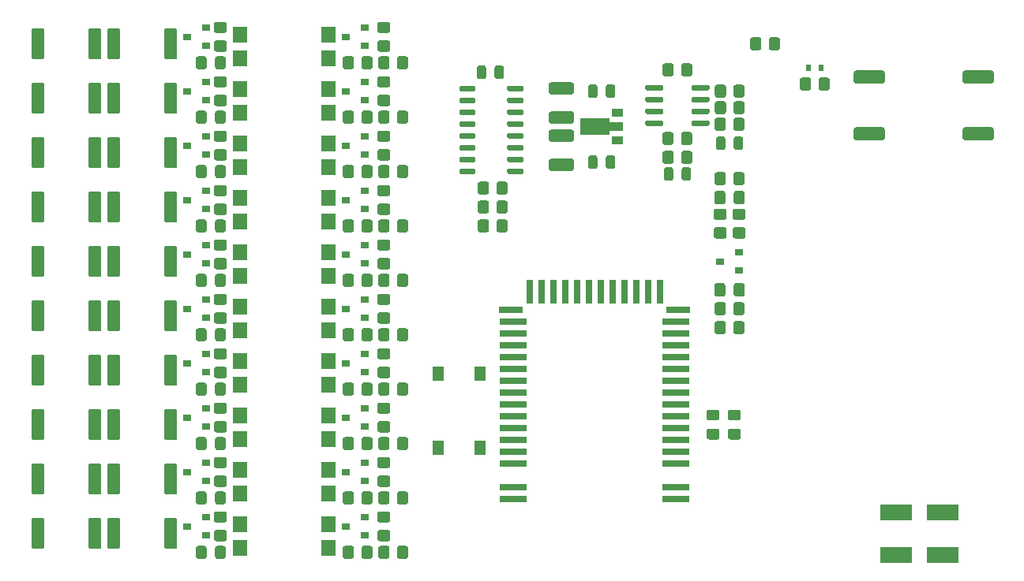
<source format=gtp>
G04 #@! TF.GenerationSoftware,KiCad,Pcbnew,(5.1.10)-1*
G04 #@! TF.CreationDate,2021-09-07T10:06:12+02:00*
G04 #@! TF.ProjectId,GatzBMS,4761747a-424d-4532-9e6b-696361645f70,rev?*
G04 #@! TF.SameCoordinates,Original*
G04 #@! TF.FileFunction,Paste,Top*
G04 #@! TF.FilePolarity,Positive*
%FSLAX46Y46*%
G04 Gerber Fmt 4.6, Leading zero omitted, Abs format (unit mm)*
G04 Created by KiCad (PCBNEW (5.1.10)-1) date 2021-09-07 10:06:12*
%MOMM*%
%LPD*%
G01*
G04 APERTURE LIST*
%ADD10R,3.500000X1.800000*%
%ADD11R,1.500000X1.780000*%
%ADD12R,0.900000X0.800000*%
%ADD13R,0.800000X2.500000*%
%ADD14R,3.000000X0.800000*%
%ADD15R,2.500000X0.800000*%
%ADD16C,0.100000*%
%ADD17R,1.300000X0.900000*%
%ADD18R,1.300000X1.550000*%
%ADD19R,0.600000X0.700000*%
G04 APERTURE END LIST*
G36*
G01*
X346056000Y-126295999D02*
X346056000Y-127196001D01*
G75*
G02*
X345806001Y-127446000I-249999J0D01*
G01*
X345105999Y-127446000D01*
G75*
G02*
X344856000Y-127196001I0J249999D01*
G01*
X344856000Y-126295999D01*
G75*
G02*
X345105999Y-126046000I249999J0D01*
G01*
X345806001Y-126046000D01*
G75*
G02*
X346056000Y-126295999I0J-249999D01*
G01*
G37*
G36*
G01*
X348056000Y-126295999D02*
X348056000Y-127196001D01*
G75*
G02*
X347806001Y-127446000I-249999J0D01*
G01*
X347105999Y-127446000D01*
G75*
G02*
X346856000Y-127196001I0J249999D01*
G01*
X346856000Y-126295999D01*
G75*
G02*
X347105999Y-126046000I249999J0D01*
G01*
X347806001Y-126046000D01*
G75*
G02*
X348056000Y-126295999I0J-249999D01*
G01*
G37*
G36*
G01*
X346006000Y-128303000D02*
X346006000Y-129253000D01*
G75*
G02*
X345756000Y-129503000I-250000J0D01*
G01*
X345081000Y-129503000D01*
G75*
G02*
X344831000Y-129253000I0J250000D01*
G01*
X344831000Y-128303000D01*
G75*
G02*
X345081000Y-128053000I250000J0D01*
G01*
X345756000Y-128053000D01*
G75*
G02*
X346006000Y-128303000I0J-250000D01*
G01*
G37*
G36*
G01*
X348081000Y-128303000D02*
X348081000Y-129253000D01*
G75*
G02*
X347831000Y-129503000I-250000J0D01*
G01*
X347156000Y-129503000D01*
G75*
G02*
X346906000Y-129253000I0J250000D01*
G01*
X346906000Y-128303000D01*
G75*
G02*
X347156000Y-128053000I250000J0D01*
G01*
X347831000Y-128053000D01*
G75*
G02*
X348081000Y-128303000I0J-250000D01*
G01*
G37*
G36*
G01*
X346006000Y-138209000D02*
X346006000Y-139159000D01*
G75*
G02*
X345756000Y-139409000I-250000J0D01*
G01*
X345081000Y-139409000D01*
G75*
G02*
X344831000Y-139159000I0J250000D01*
G01*
X344831000Y-138209000D01*
G75*
G02*
X345081000Y-137959000I250000J0D01*
G01*
X345756000Y-137959000D01*
G75*
G02*
X346006000Y-138209000I0J-250000D01*
G01*
G37*
G36*
G01*
X348081000Y-138209000D02*
X348081000Y-139159000D01*
G75*
G02*
X347831000Y-139409000I-250000J0D01*
G01*
X347156000Y-139409000D01*
G75*
G02*
X346906000Y-139159000I0J250000D01*
G01*
X346906000Y-138209000D01*
G75*
G02*
X347156000Y-137959000I250000J0D01*
G01*
X347831000Y-137959000D01*
G75*
G02*
X348081000Y-138209000I0J-250000D01*
G01*
G37*
G36*
G01*
X346856000Y-143198001D02*
X346856000Y-142297999D01*
G75*
G02*
X347105999Y-142048000I249999J0D01*
G01*
X347806001Y-142048000D01*
G75*
G02*
X348056000Y-142297999I0J-249999D01*
G01*
X348056000Y-143198001D01*
G75*
G02*
X347806001Y-143448000I-249999J0D01*
G01*
X347105999Y-143448000D01*
G75*
G02*
X346856000Y-143198001I0J249999D01*
G01*
G37*
G36*
G01*
X344856000Y-143198001D02*
X344856000Y-142297999D01*
G75*
G02*
X345105999Y-142048000I249999J0D01*
G01*
X345806001Y-142048000D01*
G75*
G02*
X346056000Y-142297999I0J-249999D01*
G01*
X346056000Y-143198001D01*
G75*
G02*
X345806001Y-143448000I-249999J0D01*
G01*
X345105999Y-143448000D01*
G75*
G02*
X344856000Y-143198001I0J249999D01*
G01*
G37*
G36*
G01*
X346056000Y-140265999D02*
X346056000Y-141166001D01*
G75*
G02*
X345806001Y-141416000I-249999J0D01*
G01*
X345105999Y-141416000D01*
G75*
G02*
X344856000Y-141166001I0J249999D01*
G01*
X344856000Y-140265999D01*
G75*
G02*
X345105999Y-140016000I249999J0D01*
G01*
X345806001Y-140016000D01*
G75*
G02*
X346056000Y-140265999I0J-249999D01*
G01*
G37*
G36*
G01*
X348056000Y-140265999D02*
X348056000Y-141166001D01*
G75*
G02*
X347806001Y-141416000I-249999J0D01*
G01*
X347105999Y-141416000D01*
G75*
G02*
X346856000Y-141166001I0J249999D01*
G01*
X346856000Y-140265999D01*
G75*
G02*
X347105999Y-140016000I249999J0D01*
G01*
X347806001Y-140016000D01*
G75*
G02*
X348056000Y-140265999I0J-249999D01*
G01*
G37*
D10*
X369276000Y-162560000D03*
X364276000Y-162560000D03*
X369276000Y-167132000D03*
X364276000Y-167132000D03*
G36*
G01*
X349866000Y-111817999D02*
X349866000Y-112718001D01*
G75*
G02*
X349616001Y-112968000I-249999J0D01*
G01*
X348915999Y-112968000D01*
G75*
G02*
X348666000Y-112718001I0J249999D01*
G01*
X348666000Y-111817999D01*
G75*
G02*
X348915999Y-111568000I249999J0D01*
G01*
X349616001Y-111568000D01*
G75*
G02*
X349866000Y-111817999I0J-249999D01*
G01*
G37*
G36*
G01*
X351866000Y-111817999D02*
X351866000Y-112718001D01*
G75*
G02*
X351616001Y-112968000I-249999J0D01*
G01*
X350915999Y-112968000D01*
G75*
G02*
X350666000Y-112718001I0J249999D01*
G01*
X350666000Y-111817999D01*
G75*
G02*
X350915999Y-111568000I249999J0D01*
G01*
X351616001Y-111568000D01*
G75*
G02*
X351866000Y-111817999I0J-249999D01*
G01*
G37*
G36*
G01*
X346906000Y-123411000D02*
X346906000Y-122461000D01*
G75*
G02*
X347156000Y-122211000I250000J0D01*
G01*
X347656000Y-122211000D01*
G75*
G02*
X347906000Y-122461000I0J-250000D01*
G01*
X347906000Y-123411000D01*
G75*
G02*
X347656000Y-123661000I-250000J0D01*
G01*
X347156000Y-123661000D01*
G75*
G02*
X346906000Y-123411000I0J250000D01*
G01*
G37*
G36*
G01*
X345006000Y-123411000D02*
X345006000Y-122461000D01*
G75*
G02*
X345256000Y-122211000I250000J0D01*
G01*
X345756000Y-122211000D01*
G75*
G02*
X346006000Y-122461000I0J-250000D01*
G01*
X346006000Y-123411000D01*
G75*
G02*
X345756000Y-123661000I-250000J0D01*
G01*
X345256000Y-123661000D01*
G75*
G02*
X345006000Y-123411000I0J250000D01*
G01*
G37*
G36*
G01*
X344989999Y-131972000D02*
X345890001Y-131972000D01*
G75*
G02*
X346140000Y-132221999I0J-249999D01*
G01*
X346140000Y-132922001D01*
G75*
G02*
X345890001Y-133172000I-249999J0D01*
G01*
X344989999Y-133172000D01*
G75*
G02*
X344740000Y-132922001I0J249999D01*
G01*
X344740000Y-132221999D01*
G75*
G02*
X344989999Y-131972000I249999J0D01*
G01*
G37*
G36*
G01*
X344989999Y-129972000D02*
X345890001Y-129972000D01*
G75*
G02*
X346140000Y-130221999I0J-249999D01*
G01*
X346140000Y-130922001D01*
G75*
G02*
X345890001Y-131172000I-249999J0D01*
G01*
X344989999Y-131172000D01*
G75*
G02*
X344740000Y-130922001I0J249999D01*
G01*
X344740000Y-130221999D01*
G75*
G02*
X344989999Y-129972000I249999J0D01*
G01*
G37*
D11*
X303469000Y-166370000D03*
X293939000Y-163830000D03*
X303469000Y-163830000D03*
X293939000Y-166370000D03*
X293939000Y-160528000D03*
X303469000Y-157988000D03*
X293939000Y-157988000D03*
X303469000Y-160528000D03*
X293939000Y-154686000D03*
X303469000Y-152146000D03*
X293939000Y-152146000D03*
X303469000Y-154686000D03*
X293939000Y-148844000D03*
X303469000Y-146304000D03*
X293939000Y-146304000D03*
X303469000Y-148844000D03*
X293939000Y-143002000D03*
X303469000Y-140462000D03*
X293939000Y-140462000D03*
X303469000Y-143002000D03*
X293939000Y-137160000D03*
X303469000Y-134620000D03*
X293939000Y-134620000D03*
X303469000Y-137160000D03*
X293939000Y-131318000D03*
X303469000Y-128778000D03*
X293939000Y-128778000D03*
X303469000Y-131318000D03*
X293939000Y-125476000D03*
X303469000Y-122936000D03*
X293939000Y-122936000D03*
X303469000Y-125476000D03*
X293939000Y-119634000D03*
X303469000Y-117094000D03*
X293939000Y-117094000D03*
X303469000Y-119634000D03*
X293939000Y-113792000D03*
X303469000Y-111252000D03*
X293939000Y-111252000D03*
X303469000Y-113792000D03*
G36*
G01*
X279714000Y-166271001D02*
X279714000Y-163420999D01*
G75*
G02*
X279963999Y-163171000I249999J0D01*
G01*
X280864001Y-163171000D01*
G75*
G02*
X281114000Y-163420999I0J-249999D01*
G01*
X281114000Y-166271001D01*
G75*
G02*
X280864001Y-166521000I-249999J0D01*
G01*
X279963999Y-166521000D01*
G75*
G02*
X279714000Y-166271001I0J249999D01*
G01*
G37*
G36*
G01*
X285814000Y-166271001D02*
X285814000Y-163420999D01*
G75*
G02*
X286063999Y-163171000I249999J0D01*
G01*
X286964001Y-163171000D01*
G75*
G02*
X287214000Y-163420999I0J-249999D01*
G01*
X287214000Y-166271001D01*
G75*
G02*
X286964001Y-166521000I-249999J0D01*
G01*
X286063999Y-166521000D01*
G75*
G02*
X285814000Y-166271001I0J249999D01*
G01*
G37*
G36*
G01*
X271586000Y-166271001D02*
X271586000Y-163420999D01*
G75*
G02*
X271835999Y-163171000I249999J0D01*
G01*
X272736001Y-163171000D01*
G75*
G02*
X272986000Y-163420999I0J-249999D01*
G01*
X272986000Y-166271001D01*
G75*
G02*
X272736001Y-166521000I-249999J0D01*
G01*
X271835999Y-166521000D01*
G75*
G02*
X271586000Y-166271001I0J249999D01*
G01*
G37*
G36*
G01*
X277686000Y-166271001D02*
X277686000Y-163420999D01*
G75*
G02*
X277935999Y-163171000I249999J0D01*
G01*
X278836001Y-163171000D01*
G75*
G02*
X279086000Y-163420999I0J-249999D01*
G01*
X279086000Y-166271001D01*
G75*
G02*
X278836001Y-166521000I-249999J0D01*
G01*
X277935999Y-166521000D01*
G75*
G02*
X277686000Y-166271001I0J249999D01*
G01*
G37*
G36*
G01*
X292296001Y-165684000D02*
X291395999Y-165684000D01*
G75*
G02*
X291146000Y-165434001I0J249999D01*
G01*
X291146000Y-164733999D01*
G75*
G02*
X291395999Y-164484000I249999J0D01*
G01*
X292296001Y-164484000D01*
G75*
G02*
X292546000Y-164733999I0J-249999D01*
G01*
X292546000Y-165434001D01*
G75*
G02*
X292296001Y-165684000I-249999J0D01*
G01*
G37*
G36*
G01*
X292296001Y-163684000D02*
X291395999Y-163684000D01*
G75*
G02*
X291146000Y-163434001I0J249999D01*
G01*
X291146000Y-162733999D01*
G75*
G02*
X291395999Y-162484000I249999J0D01*
G01*
X292296001Y-162484000D01*
G75*
G02*
X292546000Y-162733999I0J-249999D01*
G01*
X292546000Y-163434001D01*
G75*
G02*
X292296001Y-163684000I-249999J0D01*
G01*
G37*
G36*
G01*
X308178000Y-166427999D02*
X308178000Y-167328001D01*
G75*
G02*
X307928001Y-167578000I-249999J0D01*
G01*
X307227999Y-167578000D01*
G75*
G02*
X306978000Y-167328001I0J249999D01*
G01*
X306978000Y-166427999D01*
G75*
G02*
X307227999Y-166178000I249999J0D01*
G01*
X307928001Y-166178000D01*
G75*
G02*
X308178000Y-166427999I0J-249999D01*
G01*
G37*
G36*
G01*
X306178000Y-166427999D02*
X306178000Y-167328001D01*
G75*
G02*
X305928001Y-167578000I-249999J0D01*
G01*
X305227999Y-167578000D01*
G75*
G02*
X304978000Y-167328001I0J249999D01*
G01*
X304978000Y-166427999D01*
G75*
G02*
X305227999Y-166178000I249999J0D01*
G01*
X305928001Y-166178000D01*
G75*
G02*
X306178000Y-166427999I0J-249999D01*
G01*
G37*
G36*
G01*
X309822001Y-165684000D02*
X308921999Y-165684000D01*
G75*
G02*
X308672000Y-165434001I0J249999D01*
G01*
X308672000Y-164733999D01*
G75*
G02*
X308921999Y-164484000I249999J0D01*
G01*
X309822001Y-164484000D01*
G75*
G02*
X310072000Y-164733999I0J-249999D01*
G01*
X310072000Y-165434001D01*
G75*
G02*
X309822001Y-165684000I-249999J0D01*
G01*
G37*
G36*
G01*
X309822001Y-163684000D02*
X308921999Y-163684000D01*
G75*
G02*
X308672000Y-163434001I0J249999D01*
G01*
X308672000Y-162733999D01*
G75*
G02*
X308921999Y-162484000I249999J0D01*
G01*
X309822001Y-162484000D01*
G75*
G02*
X310072000Y-162733999I0J-249999D01*
G01*
X310072000Y-163434001D01*
G75*
G02*
X309822001Y-163684000I-249999J0D01*
G01*
G37*
G36*
G01*
X308788000Y-167328001D02*
X308788000Y-166427999D01*
G75*
G02*
X309037999Y-166178000I249999J0D01*
G01*
X309738001Y-166178000D01*
G75*
G02*
X309988000Y-166427999I0J-249999D01*
G01*
X309988000Y-167328001D01*
G75*
G02*
X309738001Y-167578000I-249999J0D01*
G01*
X309037999Y-167578000D01*
G75*
G02*
X308788000Y-167328001I0J249999D01*
G01*
G37*
G36*
G01*
X310788000Y-167328001D02*
X310788000Y-166427999D01*
G75*
G02*
X311037999Y-166178000I249999J0D01*
G01*
X311738001Y-166178000D01*
G75*
G02*
X311988000Y-166427999I0J-249999D01*
G01*
X311988000Y-167328001D01*
G75*
G02*
X311738001Y-167578000I-249999J0D01*
G01*
X311037999Y-167578000D01*
G75*
G02*
X310788000Y-167328001I0J249999D01*
G01*
G37*
G36*
G01*
X285814000Y-160429001D02*
X285814000Y-157578999D01*
G75*
G02*
X286063999Y-157329000I249999J0D01*
G01*
X286964001Y-157329000D01*
G75*
G02*
X287214000Y-157578999I0J-249999D01*
G01*
X287214000Y-160429001D01*
G75*
G02*
X286964001Y-160679000I-249999J0D01*
G01*
X286063999Y-160679000D01*
G75*
G02*
X285814000Y-160429001I0J249999D01*
G01*
G37*
G36*
G01*
X279714000Y-160429001D02*
X279714000Y-157578999D01*
G75*
G02*
X279963999Y-157329000I249999J0D01*
G01*
X280864001Y-157329000D01*
G75*
G02*
X281114000Y-157578999I0J-249999D01*
G01*
X281114000Y-160429001D01*
G75*
G02*
X280864001Y-160679000I-249999J0D01*
G01*
X279963999Y-160679000D01*
G75*
G02*
X279714000Y-160429001I0J249999D01*
G01*
G37*
G36*
G01*
X277686000Y-160429001D02*
X277686000Y-157578999D01*
G75*
G02*
X277935999Y-157329000I249999J0D01*
G01*
X278836001Y-157329000D01*
G75*
G02*
X279086000Y-157578999I0J-249999D01*
G01*
X279086000Y-160429001D01*
G75*
G02*
X278836001Y-160679000I-249999J0D01*
G01*
X277935999Y-160679000D01*
G75*
G02*
X277686000Y-160429001I0J249999D01*
G01*
G37*
G36*
G01*
X271586000Y-160429001D02*
X271586000Y-157578999D01*
G75*
G02*
X271835999Y-157329000I249999J0D01*
G01*
X272736001Y-157329000D01*
G75*
G02*
X272986000Y-157578999I0J-249999D01*
G01*
X272986000Y-160429001D01*
G75*
G02*
X272736001Y-160679000I-249999J0D01*
G01*
X271835999Y-160679000D01*
G75*
G02*
X271586000Y-160429001I0J249999D01*
G01*
G37*
G36*
G01*
X292296001Y-157842000D02*
X291395999Y-157842000D01*
G75*
G02*
X291146000Y-157592001I0J249999D01*
G01*
X291146000Y-156891999D01*
G75*
G02*
X291395999Y-156642000I249999J0D01*
G01*
X292296001Y-156642000D01*
G75*
G02*
X292546000Y-156891999I0J-249999D01*
G01*
X292546000Y-157592001D01*
G75*
G02*
X292296001Y-157842000I-249999J0D01*
G01*
G37*
G36*
G01*
X292296001Y-159842000D02*
X291395999Y-159842000D01*
G75*
G02*
X291146000Y-159592001I0J249999D01*
G01*
X291146000Y-158891999D01*
G75*
G02*
X291395999Y-158642000I249999J0D01*
G01*
X292296001Y-158642000D01*
G75*
G02*
X292546000Y-158891999I0J-249999D01*
G01*
X292546000Y-159592001D01*
G75*
G02*
X292296001Y-159842000I-249999J0D01*
G01*
G37*
G36*
G01*
X306178000Y-160585999D02*
X306178000Y-161486001D01*
G75*
G02*
X305928001Y-161736000I-249999J0D01*
G01*
X305227999Y-161736000D01*
G75*
G02*
X304978000Y-161486001I0J249999D01*
G01*
X304978000Y-160585999D01*
G75*
G02*
X305227999Y-160336000I249999J0D01*
G01*
X305928001Y-160336000D01*
G75*
G02*
X306178000Y-160585999I0J-249999D01*
G01*
G37*
G36*
G01*
X308178000Y-160585999D02*
X308178000Y-161486001D01*
G75*
G02*
X307928001Y-161736000I-249999J0D01*
G01*
X307227999Y-161736000D01*
G75*
G02*
X306978000Y-161486001I0J249999D01*
G01*
X306978000Y-160585999D01*
G75*
G02*
X307227999Y-160336000I249999J0D01*
G01*
X307928001Y-160336000D01*
G75*
G02*
X308178000Y-160585999I0J-249999D01*
G01*
G37*
G36*
G01*
X309822001Y-157842000D02*
X308921999Y-157842000D01*
G75*
G02*
X308672000Y-157592001I0J249999D01*
G01*
X308672000Y-156891999D01*
G75*
G02*
X308921999Y-156642000I249999J0D01*
G01*
X309822001Y-156642000D01*
G75*
G02*
X310072000Y-156891999I0J-249999D01*
G01*
X310072000Y-157592001D01*
G75*
G02*
X309822001Y-157842000I-249999J0D01*
G01*
G37*
G36*
G01*
X309822001Y-159842000D02*
X308921999Y-159842000D01*
G75*
G02*
X308672000Y-159592001I0J249999D01*
G01*
X308672000Y-158891999D01*
G75*
G02*
X308921999Y-158642000I249999J0D01*
G01*
X309822001Y-158642000D01*
G75*
G02*
X310072000Y-158891999I0J-249999D01*
G01*
X310072000Y-159592001D01*
G75*
G02*
X309822001Y-159842000I-249999J0D01*
G01*
G37*
G36*
G01*
X310788000Y-161486001D02*
X310788000Y-160585999D01*
G75*
G02*
X311037999Y-160336000I249999J0D01*
G01*
X311738001Y-160336000D01*
G75*
G02*
X311988000Y-160585999I0J-249999D01*
G01*
X311988000Y-161486001D01*
G75*
G02*
X311738001Y-161736000I-249999J0D01*
G01*
X311037999Y-161736000D01*
G75*
G02*
X310788000Y-161486001I0J249999D01*
G01*
G37*
G36*
G01*
X308788000Y-161486001D02*
X308788000Y-160585999D01*
G75*
G02*
X309037999Y-160336000I249999J0D01*
G01*
X309738001Y-160336000D01*
G75*
G02*
X309988000Y-160585999I0J-249999D01*
G01*
X309988000Y-161486001D01*
G75*
G02*
X309738001Y-161736000I-249999J0D01*
G01*
X309037999Y-161736000D01*
G75*
G02*
X308788000Y-161486001I0J249999D01*
G01*
G37*
G36*
G01*
X285814000Y-154587001D02*
X285814000Y-151736999D01*
G75*
G02*
X286063999Y-151487000I249999J0D01*
G01*
X286964001Y-151487000D01*
G75*
G02*
X287214000Y-151736999I0J-249999D01*
G01*
X287214000Y-154587001D01*
G75*
G02*
X286964001Y-154837000I-249999J0D01*
G01*
X286063999Y-154837000D01*
G75*
G02*
X285814000Y-154587001I0J249999D01*
G01*
G37*
G36*
G01*
X279714000Y-154587001D02*
X279714000Y-151736999D01*
G75*
G02*
X279963999Y-151487000I249999J0D01*
G01*
X280864001Y-151487000D01*
G75*
G02*
X281114000Y-151736999I0J-249999D01*
G01*
X281114000Y-154587001D01*
G75*
G02*
X280864001Y-154837000I-249999J0D01*
G01*
X279963999Y-154837000D01*
G75*
G02*
X279714000Y-154587001I0J249999D01*
G01*
G37*
G36*
G01*
X277686000Y-154587001D02*
X277686000Y-151736999D01*
G75*
G02*
X277935999Y-151487000I249999J0D01*
G01*
X278836001Y-151487000D01*
G75*
G02*
X279086000Y-151736999I0J-249999D01*
G01*
X279086000Y-154587001D01*
G75*
G02*
X278836001Y-154837000I-249999J0D01*
G01*
X277935999Y-154837000D01*
G75*
G02*
X277686000Y-154587001I0J249999D01*
G01*
G37*
G36*
G01*
X271586000Y-154587001D02*
X271586000Y-151736999D01*
G75*
G02*
X271835999Y-151487000I249999J0D01*
G01*
X272736001Y-151487000D01*
G75*
G02*
X272986000Y-151736999I0J-249999D01*
G01*
X272986000Y-154587001D01*
G75*
G02*
X272736001Y-154837000I-249999J0D01*
G01*
X271835999Y-154837000D01*
G75*
G02*
X271586000Y-154587001I0J249999D01*
G01*
G37*
G36*
G01*
X292296001Y-152000000D02*
X291395999Y-152000000D01*
G75*
G02*
X291146000Y-151750001I0J249999D01*
G01*
X291146000Y-151049999D01*
G75*
G02*
X291395999Y-150800000I249999J0D01*
G01*
X292296001Y-150800000D01*
G75*
G02*
X292546000Y-151049999I0J-249999D01*
G01*
X292546000Y-151750001D01*
G75*
G02*
X292296001Y-152000000I-249999J0D01*
G01*
G37*
G36*
G01*
X292296001Y-154000000D02*
X291395999Y-154000000D01*
G75*
G02*
X291146000Y-153750001I0J249999D01*
G01*
X291146000Y-153049999D01*
G75*
G02*
X291395999Y-152800000I249999J0D01*
G01*
X292296001Y-152800000D01*
G75*
G02*
X292546000Y-153049999I0J-249999D01*
G01*
X292546000Y-153750001D01*
G75*
G02*
X292296001Y-154000000I-249999J0D01*
G01*
G37*
G36*
G01*
X306178000Y-154743999D02*
X306178000Y-155644001D01*
G75*
G02*
X305928001Y-155894000I-249999J0D01*
G01*
X305227999Y-155894000D01*
G75*
G02*
X304978000Y-155644001I0J249999D01*
G01*
X304978000Y-154743999D01*
G75*
G02*
X305227999Y-154494000I249999J0D01*
G01*
X305928001Y-154494000D01*
G75*
G02*
X306178000Y-154743999I0J-249999D01*
G01*
G37*
G36*
G01*
X308178000Y-154743999D02*
X308178000Y-155644001D01*
G75*
G02*
X307928001Y-155894000I-249999J0D01*
G01*
X307227999Y-155894000D01*
G75*
G02*
X306978000Y-155644001I0J249999D01*
G01*
X306978000Y-154743999D01*
G75*
G02*
X307227999Y-154494000I249999J0D01*
G01*
X307928001Y-154494000D01*
G75*
G02*
X308178000Y-154743999I0J-249999D01*
G01*
G37*
G36*
G01*
X309822001Y-152000000D02*
X308921999Y-152000000D01*
G75*
G02*
X308672000Y-151750001I0J249999D01*
G01*
X308672000Y-151049999D01*
G75*
G02*
X308921999Y-150800000I249999J0D01*
G01*
X309822001Y-150800000D01*
G75*
G02*
X310072000Y-151049999I0J-249999D01*
G01*
X310072000Y-151750001D01*
G75*
G02*
X309822001Y-152000000I-249999J0D01*
G01*
G37*
G36*
G01*
X309822001Y-154000000D02*
X308921999Y-154000000D01*
G75*
G02*
X308672000Y-153750001I0J249999D01*
G01*
X308672000Y-153049999D01*
G75*
G02*
X308921999Y-152800000I249999J0D01*
G01*
X309822001Y-152800000D01*
G75*
G02*
X310072000Y-153049999I0J-249999D01*
G01*
X310072000Y-153750001D01*
G75*
G02*
X309822001Y-154000000I-249999J0D01*
G01*
G37*
G36*
G01*
X310788000Y-155644001D02*
X310788000Y-154743999D01*
G75*
G02*
X311037999Y-154494000I249999J0D01*
G01*
X311738001Y-154494000D01*
G75*
G02*
X311988000Y-154743999I0J-249999D01*
G01*
X311988000Y-155644001D01*
G75*
G02*
X311738001Y-155894000I-249999J0D01*
G01*
X311037999Y-155894000D01*
G75*
G02*
X310788000Y-155644001I0J249999D01*
G01*
G37*
G36*
G01*
X308788000Y-155644001D02*
X308788000Y-154743999D01*
G75*
G02*
X309037999Y-154494000I249999J0D01*
G01*
X309738001Y-154494000D01*
G75*
G02*
X309988000Y-154743999I0J-249999D01*
G01*
X309988000Y-155644001D01*
G75*
G02*
X309738001Y-155894000I-249999J0D01*
G01*
X309037999Y-155894000D01*
G75*
G02*
X308788000Y-155644001I0J249999D01*
G01*
G37*
G36*
G01*
X285814000Y-148745001D02*
X285814000Y-145894999D01*
G75*
G02*
X286063999Y-145645000I249999J0D01*
G01*
X286964001Y-145645000D01*
G75*
G02*
X287214000Y-145894999I0J-249999D01*
G01*
X287214000Y-148745001D01*
G75*
G02*
X286964001Y-148995000I-249999J0D01*
G01*
X286063999Y-148995000D01*
G75*
G02*
X285814000Y-148745001I0J249999D01*
G01*
G37*
G36*
G01*
X279714000Y-148745001D02*
X279714000Y-145894999D01*
G75*
G02*
X279963999Y-145645000I249999J0D01*
G01*
X280864001Y-145645000D01*
G75*
G02*
X281114000Y-145894999I0J-249999D01*
G01*
X281114000Y-148745001D01*
G75*
G02*
X280864001Y-148995000I-249999J0D01*
G01*
X279963999Y-148995000D01*
G75*
G02*
X279714000Y-148745001I0J249999D01*
G01*
G37*
G36*
G01*
X277686000Y-148745001D02*
X277686000Y-145894999D01*
G75*
G02*
X277935999Y-145645000I249999J0D01*
G01*
X278836001Y-145645000D01*
G75*
G02*
X279086000Y-145894999I0J-249999D01*
G01*
X279086000Y-148745001D01*
G75*
G02*
X278836001Y-148995000I-249999J0D01*
G01*
X277935999Y-148995000D01*
G75*
G02*
X277686000Y-148745001I0J249999D01*
G01*
G37*
G36*
G01*
X271586000Y-148745001D02*
X271586000Y-145894999D01*
G75*
G02*
X271835999Y-145645000I249999J0D01*
G01*
X272736001Y-145645000D01*
G75*
G02*
X272986000Y-145894999I0J-249999D01*
G01*
X272986000Y-148745001D01*
G75*
G02*
X272736001Y-148995000I-249999J0D01*
G01*
X271835999Y-148995000D01*
G75*
G02*
X271586000Y-148745001I0J249999D01*
G01*
G37*
G36*
G01*
X292296001Y-146158000D02*
X291395999Y-146158000D01*
G75*
G02*
X291146000Y-145908001I0J249999D01*
G01*
X291146000Y-145207999D01*
G75*
G02*
X291395999Y-144958000I249999J0D01*
G01*
X292296001Y-144958000D01*
G75*
G02*
X292546000Y-145207999I0J-249999D01*
G01*
X292546000Y-145908001D01*
G75*
G02*
X292296001Y-146158000I-249999J0D01*
G01*
G37*
G36*
G01*
X292296001Y-148158000D02*
X291395999Y-148158000D01*
G75*
G02*
X291146000Y-147908001I0J249999D01*
G01*
X291146000Y-147207999D01*
G75*
G02*
X291395999Y-146958000I249999J0D01*
G01*
X292296001Y-146958000D01*
G75*
G02*
X292546000Y-147207999I0J-249999D01*
G01*
X292546000Y-147908001D01*
G75*
G02*
X292296001Y-148158000I-249999J0D01*
G01*
G37*
G36*
G01*
X306178000Y-148901999D02*
X306178000Y-149802001D01*
G75*
G02*
X305928001Y-150052000I-249999J0D01*
G01*
X305227999Y-150052000D01*
G75*
G02*
X304978000Y-149802001I0J249999D01*
G01*
X304978000Y-148901999D01*
G75*
G02*
X305227999Y-148652000I249999J0D01*
G01*
X305928001Y-148652000D01*
G75*
G02*
X306178000Y-148901999I0J-249999D01*
G01*
G37*
G36*
G01*
X308178000Y-148901999D02*
X308178000Y-149802001D01*
G75*
G02*
X307928001Y-150052000I-249999J0D01*
G01*
X307227999Y-150052000D01*
G75*
G02*
X306978000Y-149802001I0J249999D01*
G01*
X306978000Y-148901999D01*
G75*
G02*
X307227999Y-148652000I249999J0D01*
G01*
X307928001Y-148652000D01*
G75*
G02*
X308178000Y-148901999I0J-249999D01*
G01*
G37*
G36*
G01*
X309822001Y-146158000D02*
X308921999Y-146158000D01*
G75*
G02*
X308672000Y-145908001I0J249999D01*
G01*
X308672000Y-145207999D01*
G75*
G02*
X308921999Y-144958000I249999J0D01*
G01*
X309822001Y-144958000D01*
G75*
G02*
X310072000Y-145207999I0J-249999D01*
G01*
X310072000Y-145908001D01*
G75*
G02*
X309822001Y-146158000I-249999J0D01*
G01*
G37*
G36*
G01*
X309822001Y-148158000D02*
X308921999Y-148158000D01*
G75*
G02*
X308672000Y-147908001I0J249999D01*
G01*
X308672000Y-147207999D01*
G75*
G02*
X308921999Y-146958000I249999J0D01*
G01*
X309822001Y-146958000D01*
G75*
G02*
X310072000Y-147207999I0J-249999D01*
G01*
X310072000Y-147908001D01*
G75*
G02*
X309822001Y-148158000I-249999J0D01*
G01*
G37*
G36*
G01*
X310788000Y-149802001D02*
X310788000Y-148901999D01*
G75*
G02*
X311037999Y-148652000I249999J0D01*
G01*
X311738001Y-148652000D01*
G75*
G02*
X311988000Y-148901999I0J-249999D01*
G01*
X311988000Y-149802001D01*
G75*
G02*
X311738001Y-150052000I-249999J0D01*
G01*
X311037999Y-150052000D01*
G75*
G02*
X310788000Y-149802001I0J249999D01*
G01*
G37*
G36*
G01*
X308788000Y-149802001D02*
X308788000Y-148901999D01*
G75*
G02*
X309037999Y-148652000I249999J0D01*
G01*
X309738001Y-148652000D01*
G75*
G02*
X309988000Y-148901999I0J-249999D01*
G01*
X309988000Y-149802001D01*
G75*
G02*
X309738001Y-150052000I-249999J0D01*
G01*
X309037999Y-150052000D01*
G75*
G02*
X308788000Y-149802001I0J249999D01*
G01*
G37*
G36*
G01*
X285814000Y-142903001D02*
X285814000Y-140052999D01*
G75*
G02*
X286063999Y-139803000I249999J0D01*
G01*
X286964001Y-139803000D01*
G75*
G02*
X287214000Y-140052999I0J-249999D01*
G01*
X287214000Y-142903001D01*
G75*
G02*
X286964001Y-143153000I-249999J0D01*
G01*
X286063999Y-143153000D01*
G75*
G02*
X285814000Y-142903001I0J249999D01*
G01*
G37*
G36*
G01*
X279714000Y-142903001D02*
X279714000Y-140052999D01*
G75*
G02*
X279963999Y-139803000I249999J0D01*
G01*
X280864001Y-139803000D01*
G75*
G02*
X281114000Y-140052999I0J-249999D01*
G01*
X281114000Y-142903001D01*
G75*
G02*
X280864001Y-143153000I-249999J0D01*
G01*
X279963999Y-143153000D01*
G75*
G02*
X279714000Y-142903001I0J249999D01*
G01*
G37*
G36*
G01*
X277686000Y-142903001D02*
X277686000Y-140052999D01*
G75*
G02*
X277935999Y-139803000I249999J0D01*
G01*
X278836001Y-139803000D01*
G75*
G02*
X279086000Y-140052999I0J-249999D01*
G01*
X279086000Y-142903001D01*
G75*
G02*
X278836001Y-143153000I-249999J0D01*
G01*
X277935999Y-143153000D01*
G75*
G02*
X277686000Y-142903001I0J249999D01*
G01*
G37*
G36*
G01*
X271586000Y-142903001D02*
X271586000Y-140052999D01*
G75*
G02*
X271835999Y-139803000I249999J0D01*
G01*
X272736001Y-139803000D01*
G75*
G02*
X272986000Y-140052999I0J-249999D01*
G01*
X272986000Y-142903001D01*
G75*
G02*
X272736001Y-143153000I-249999J0D01*
G01*
X271835999Y-143153000D01*
G75*
G02*
X271586000Y-142903001I0J249999D01*
G01*
G37*
G36*
G01*
X292296001Y-140316000D02*
X291395999Y-140316000D01*
G75*
G02*
X291146000Y-140066001I0J249999D01*
G01*
X291146000Y-139365999D01*
G75*
G02*
X291395999Y-139116000I249999J0D01*
G01*
X292296001Y-139116000D01*
G75*
G02*
X292546000Y-139365999I0J-249999D01*
G01*
X292546000Y-140066001D01*
G75*
G02*
X292296001Y-140316000I-249999J0D01*
G01*
G37*
G36*
G01*
X292296001Y-142316000D02*
X291395999Y-142316000D01*
G75*
G02*
X291146000Y-142066001I0J249999D01*
G01*
X291146000Y-141365999D01*
G75*
G02*
X291395999Y-141116000I249999J0D01*
G01*
X292296001Y-141116000D01*
G75*
G02*
X292546000Y-141365999I0J-249999D01*
G01*
X292546000Y-142066001D01*
G75*
G02*
X292296001Y-142316000I-249999J0D01*
G01*
G37*
G36*
G01*
X306178000Y-143059999D02*
X306178000Y-143960001D01*
G75*
G02*
X305928001Y-144210000I-249999J0D01*
G01*
X305227999Y-144210000D01*
G75*
G02*
X304978000Y-143960001I0J249999D01*
G01*
X304978000Y-143059999D01*
G75*
G02*
X305227999Y-142810000I249999J0D01*
G01*
X305928001Y-142810000D01*
G75*
G02*
X306178000Y-143059999I0J-249999D01*
G01*
G37*
G36*
G01*
X308178000Y-143059999D02*
X308178000Y-143960001D01*
G75*
G02*
X307928001Y-144210000I-249999J0D01*
G01*
X307227999Y-144210000D01*
G75*
G02*
X306978000Y-143960001I0J249999D01*
G01*
X306978000Y-143059999D01*
G75*
G02*
X307227999Y-142810000I249999J0D01*
G01*
X307928001Y-142810000D01*
G75*
G02*
X308178000Y-143059999I0J-249999D01*
G01*
G37*
G36*
G01*
X309822001Y-140316000D02*
X308921999Y-140316000D01*
G75*
G02*
X308672000Y-140066001I0J249999D01*
G01*
X308672000Y-139365999D01*
G75*
G02*
X308921999Y-139116000I249999J0D01*
G01*
X309822001Y-139116000D01*
G75*
G02*
X310072000Y-139365999I0J-249999D01*
G01*
X310072000Y-140066001D01*
G75*
G02*
X309822001Y-140316000I-249999J0D01*
G01*
G37*
G36*
G01*
X309822001Y-142316000D02*
X308921999Y-142316000D01*
G75*
G02*
X308672000Y-142066001I0J249999D01*
G01*
X308672000Y-141365999D01*
G75*
G02*
X308921999Y-141116000I249999J0D01*
G01*
X309822001Y-141116000D01*
G75*
G02*
X310072000Y-141365999I0J-249999D01*
G01*
X310072000Y-142066001D01*
G75*
G02*
X309822001Y-142316000I-249999J0D01*
G01*
G37*
G36*
G01*
X310788000Y-143960001D02*
X310788000Y-143059999D01*
G75*
G02*
X311037999Y-142810000I249999J0D01*
G01*
X311738001Y-142810000D01*
G75*
G02*
X311988000Y-143059999I0J-249999D01*
G01*
X311988000Y-143960001D01*
G75*
G02*
X311738001Y-144210000I-249999J0D01*
G01*
X311037999Y-144210000D01*
G75*
G02*
X310788000Y-143960001I0J249999D01*
G01*
G37*
G36*
G01*
X308788000Y-143960001D02*
X308788000Y-143059999D01*
G75*
G02*
X309037999Y-142810000I249999J0D01*
G01*
X309738001Y-142810000D01*
G75*
G02*
X309988000Y-143059999I0J-249999D01*
G01*
X309988000Y-143960001D01*
G75*
G02*
X309738001Y-144210000I-249999J0D01*
G01*
X309037999Y-144210000D01*
G75*
G02*
X308788000Y-143960001I0J249999D01*
G01*
G37*
G36*
G01*
X285814000Y-137061001D02*
X285814000Y-134210999D01*
G75*
G02*
X286063999Y-133961000I249999J0D01*
G01*
X286964001Y-133961000D01*
G75*
G02*
X287214000Y-134210999I0J-249999D01*
G01*
X287214000Y-137061001D01*
G75*
G02*
X286964001Y-137311000I-249999J0D01*
G01*
X286063999Y-137311000D01*
G75*
G02*
X285814000Y-137061001I0J249999D01*
G01*
G37*
G36*
G01*
X279714000Y-137061001D02*
X279714000Y-134210999D01*
G75*
G02*
X279963999Y-133961000I249999J0D01*
G01*
X280864001Y-133961000D01*
G75*
G02*
X281114000Y-134210999I0J-249999D01*
G01*
X281114000Y-137061001D01*
G75*
G02*
X280864001Y-137311000I-249999J0D01*
G01*
X279963999Y-137311000D01*
G75*
G02*
X279714000Y-137061001I0J249999D01*
G01*
G37*
G36*
G01*
X277686000Y-137061001D02*
X277686000Y-134210999D01*
G75*
G02*
X277935999Y-133961000I249999J0D01*
G01*
X278836001Y-133961000D01*
G75*
G02*
X279086000Y-134210999I0J-249999D01*
G01*
X279086000Y-137061001D01*
G75*
G02*
X278836001Y-137311000I-249999J0D01*
G01*
X277935999Y-137311000D01*
G75*
G02*
X277686000Y-137061001I0J249999D01*
G01*
G37*
G36*
G01*
X271586000Y-137061001D02*
X271586000Y-134210999D01*
G75*
G02*
X271835999Y-133961000I249999J0D01*
G01*
X272736001Y-133961000D01*
G75*
G02*
X272986000Y-134210999I0J-249999D01*
G01*
X272986000Y-137061001D01*
G75*
G02*
X272736001Y-137311000I-249999J0D01*
G01*
X271835999Y-137311000D01*
G75*
G02*
X271586000Y-137061001I0J249999D01*
G01*
G37*
G36*
G01*
X292296001Y-134474000D02*
X291395999Y-134474000D01*
G75*
G02*
X291146000Y-134224001I0J249999D01*
G01*
X291146000Y-133523999D01*
G75*
G02*
X291395999Y-133274000I249999J0D01*
G01*
X292296001Y-133274000D01*
G75*
G02*
X292546000Y-133523999I0J-249999D01*
G01*
X292546000Y-134224001D01*
G75*
G02*
X292296001Y-134474000I-249999J0D01*
G01*
G37*
G36*
G01*
X292296001Y-136474000D02*
X291395999Y-136474000D01*
G75*
G02*
X291146000Y-136224001I0J249999D01*
G01*
X291146000Y-135523999D01*
G75*
G02*
X291395999Y-135274000I249999J0D01*
G01*
X292296001Y-135274000D01*
G75*
G02*
X292546000Y-135523999I0J-249999D01*
G01*
X292546000Y-136224001D01*
G75*
G02*
X292296001Y-136474000I-249999J0D01*
G01*
G37*
G36*
G01*
X306178000Y-137217999D02*
X306178000Y-138118001D01*
G75*
G02*
X305928001Y-138368000I-249999J0D01*
G01*
X305227999Y-138368000D01*
G75*
G02*
X304978000Y-138118001I0J249999D01*
G01*
X304978000Y-137217999D01*
G75*
G02*
X305227999Y-136968000I249999J0D01*
G01*
X305928001Y-136968000D01*
G75*
G02*
X306178000Y-137217999I0J-249999D01*
G01*
G37*
G36*
G01*
X308178000Y-137217999D02*
X308178000Y-138118001D01*
G75*
G02*
X307928001Y-138368000I-249999J0D01*
G01*
X307227999Y-138368000D01*
G75*
G02*
X306978000Y-138118001I0J249999D01*
G01*
X306978000Y-137217999D01*
G75*
G02*
X307227999Y-136968000I249999J0D01*
G01*
X307928001Y-136968000D01*
G75*
G02*
X308178000Y-137217999I0J-249999D01*
G01*
G37*
G36*
G01*
X309822001Y-134474000D02*
X308921999Y-134474000D01*
G75*
G02*
X308672000Y-134224001I0J249999D01*
G01*
X308672000Y-133523999D01*
G75*
G02*
X308921999Y-133274000I249999J0D01*
G01*
X309822001Y-133274000D01*
G75*
G02*
X310072000Y-133523999I0J-249999D01*
G01*
X310072000Y-134224001D01*
G75*
G02*
X309822001Y-134474000I-249999J0D01*
G01*
G37*
G36*
G01*
X309822001Y-136474000D02*
X308921999Y-136474000D01*
G75*
G02*
X308672000Y-136224001I0J249999D01*
G01*
X308672000Y-135523999D01*
G75*
G02*
X308921999Y-135274000I249999J0D01*
G01*
X309822001Y-135274000D01*
G75*
G02*
X310072000Y-135523999I0J-249999D01*
G01*
X310072000Y-136224001D01*
G75*
G02*
X309822001Y-136474000I-249999J0D01*
G01*
G37*
G36*
G01*
X310788000Y-138118001D02*
X310788000Y-137217999D01*
G75*
G02*
X311037999Y-136968000I249999J0D01*
G01*
X311738001Y-136968000D01*
G75*
G02*
X311988000Y-137217999I0J-249999D01*
G01*
X311988000Y-138118001D01*
G75*
G02*
X311738001Y-138368000I-249999J0D01*
G01*
X311037999Y-138368000D01*
G75*
G02*
X310788000Y-138118001I0J249999D01*
G01*
G37*
G36*
G01*
X308788000Y-138118001D02*
X308788000Y-137217999D01*
G75*
G02*
X309037999Y-136968000I249999J0D01*
G01*
X309738001Y-136968000D01*
G75*
G02*
X309988000Y-137217999I0J-249999D01*
G01*
X309988000Y-138118001D01*
G75*
G02*
X309738001Y-138368000I-249999J0D01*
G01*
X309037999Y-138368000D01*
G75*
G02*
X308788000Y-138118001I0J249999D01*
G01*
G37*
G36*
G01*
X285814000Y-131219001D02*
X285814000Y-128368999D01*
G75*
G02*
X286063999Y-128119000I249999J0D01*
G01*
X286964001Y-128119000D01*
G75*
G02*
X287214000Y-128368999I0J-249999D01*
G01*
X287214000Y-131219001D01*
G75*
G02*
X286964001Y-131469000I-249999J0D01*
G01*
X286063999Y-131469000D01*
G75*
G02*
X285814000Y-131219001I0J249999D01*
G01*
G37*
G36*
G01*
X279714000Y-131219001D02*
X279714000Y-128368999D01*
G75*
G02*
X279963999Y-128119000I249999J0D01*
G01*
X280864001Y-128119000D01*
G75*
G02*
X281114000Y-128368999I0J-249999D01*
G01*
X281114000Y-131219001D01*
G75*
G02*
X280864001Y-131469000I-249999J0D01*
G01*
X279963999Y-131469000D01*
G75*
G02*
X279714000Y-131219001I0J249999D01*
G01*
G37*
G36*
G01*
X277686000Y-131219001D02*
X277686000Y-128368999D01*
G75*
G02*
X277935999Y-128119000I249999J0D01*
G01*
X278836001Y-128119000D01*
G75*
G02*
X279086000Y-128368999I0J-249999D01*
G01*
X279086000Y-131219001D01*
G75*
G02*
X278836001Y-131469000I-249999J0D01*
G01*
X277935999Y-131469000D01*
G75*
G02*
X277686000Y-131219001I0J249999D01*
G01*
G37*
G36*
G01*
X271586000Y-131219001D02*
X271586000Y-128368999D01*
G75*
G02*
X271835999Y-128119000I249999J0D01*
G01*
X272736001Y-128119000D01*
G75*
G02*
X272986000Y-128368999I0J-249999D01*
G01*
X272986000Y-131219001D01*
G75*
G02*
X272736001Y-131469000I-249999J0D01*
G01*
X271835999Y-131469000D01*
G75*
G02*
X271586000Y-131219001I0J249999D01*
G01*
G37*
G36*
G01*
X292296001Y-128632000D02*
X291395999Y-128632000D01*
G75*
G02*
X291146000Y-128382001I0J249999D01*
G01*
X291146000Y-127681999D01*
G75*
G02*
X291395999Y-127432000I249999J0D01*
G01*
X292296001Y-127432000D01*
G75*
G02*
X292546000Y-127681999I0J-249999D01*
G01*
X292546000Y-128382001D01*
G75*
G02*
X292296001Y-128632000I-249999J0D01*
G01*
G37*
G36*
G01*
X292296001Y-130632000D02*
X291395999Y-130632000D01*
G75*
G02*
X291146000Y-130382001I0J249999D01*
G01*
X291146000Y-129681999D01*
G75*
G02*
X291395999Y-129432000I249999J0D01*
G01*
X292296001Y-129432000D01*
G75*
G02*
X292546000Y-129681999I0J-249999D01*
G01*
X292546000Y-130382001D01*
G75*
G02*
X292296001Y-130632000I-249999J0D01*
G01*
G37*
G36*
G01*
X306178000Y-131375999D02*
X306178000Y-132276001D01*
G75*
G02*
X305928001Y-132526000I-249999J0D01*
G01*
X305227999Y-132526000D01*
G75*
G02*
X304978000Y-132276001I0J249999D01*
G01*
X304978000Y-131375999D01*
G75*
G02*
X305227999Y-131126000I249999J0D01*
G01*
X305928001Y-131126000D01*
G75*
G02*
X306178000Y-131375999I0J-249999D01*
G01*
G37*
G36*
G01*
X308178000Y-131375999D02*
X308178000Y-132276001D01*
G75*
G02*
X307928001Y-132526000I-249999J0D01*
G01*
X307227999Y-132526000D01*
G75*
G02*
X306978000Y-132276001I0J249999D01*
G01*
X306978000Y-131375999D01*
G75*
G02*
X307227999Y-131126000I249999J0D01*
G01*
X307928001Y-131126000D01*
G75*
G02*
X308178000Y-131375999I0J-249999D01*
G01*
G37*
G36*
G01*
X309822001Y-128632000D02*
X308921999Y-128632000D01*
G75*
G02*
X308672000Y-128382001I0J249999D01*
G01*
X308672000Y-127681999D01*
G75*
G02*
X308921999Y-127432000I249999J0D01*
G01*
X309822001Y-127432000D01*
G75*
G02*
X310072000Y-127681999I0J-249999D01*
G01*
X310072000Y-128382001D01*
G75*
G02*
X309822001Y-128632000I-249999J0D01*
G01*
G37*
G36*
G01*
X309822001Y-130632000D02*
X308921999Y-130632000D01*
G75*
G02*
X308672000Y-130382001I0J249999D01*
G01*
X308672000Y-129681999D01*
G75*
G02*
X308921999Y-129432000I249999J0D01*
G01*
X309822001Y-129432000D01*
G75*
G02*
X310072000Y-129681999I0J-249999D01*
G01*
X310072000Y-130382001D01*
G75*
G02*
X309822001Y-130632000I-249999J0D01*
G01*
G37*
G36*
G01*
X310788000Y-132276001D02*
X310788000Y-131375999D01*
G75*
G02*
X311037999Y-131126000I249999J0D01*
G01*
X311738001Y-131126000D01*
G75*
G02*
X311988000Y-131375999I0J-249999D01*
G01*
X311988000Y-132276001D01*
G75*
G02*
X311738001Y-132526000I-249999J0D01*
G01*
X311037999Y-132526000D01*
G75*
G02*
X310788000Y-132276001I0J249999D01*
G01*
G37*
G36*
G01*
X308788000Y-132276001D02*
X308788000Y-131375999D01*
G75*
G02*
X309037999Y-131126000I249999J0D01*
G01*
X309738001Y-131126000D01*
G75*
G02*
X309988000Y-131375999I0J-249999D01*
G01*
X309988000Y-132276001D01*
G75*
G02*
X309738001Y-132526000I-249999J0D01*
G01*
X309037999Y-132526000D01*
G75*
G02*
X308788000Y-132276001I0J249999D01*
G01*
G37*
G36*
G01*
X285814000Y-125377001D02*
X285814000Y-122526999D01*
G75*
G02*
X286063999Y-122277000I249999J0D01*
G01*
X286964001Y-122277000D01*
G75*
G02*
X287214000Y-122526999I0J-249999D01*
G01*
X287214000Y-125377001D01*
G75*
G02*
X286964001Y-125627000I-249999J0D01*
G01*
X286063999Y-125627000D01*
G75*
G02*
X285814000Y-125377001I0J249999D01*
G01*
G37*
G36*
G01*
X279714000Y-125377001D02*
X279714000Y-122526999D01*
G75*
G02*
X279963999Y-122277000I249999J0D01*
G01*
X280864001Y-122277000D01*
G75*
G02*
X281114000Y-122526999I0J-249999D01*
G01*
X281114000Y-125377001D01*
G75*
G02*
X280864001Y-125627000I-249999J0D01*
G01*
X279963999Y-125627000D01*
G75*
G02*
X279714000Y-125377001I0J249999D01*
G01*
G37*
G36*
G01*
X277686000Y-125377001D02*
X277686000Y-122526999D01*
G75*
G02*
X277935999Y-122277000I249999J0D01*
G01*
X278836001Y-122277000D01*
G75*
G02*
X279086000Y-122526999I0J-249999D01*
G01*
X279086000Y-125377001D01*
G75*
G02*
X278836001Y-125627000I-249999J0D01*
G01*
X277935999Y-125627000D01*
G75*
G02*
X277686000Y-125377001I0J249999D01*
G01*
G37*
G36*
G01*
X271586000Y-125377001D02*
X271586000Y-122526999D01*
G75*
G02*
X271835999Y-122277000I249999J0D01*
G01*
X272736001Y-122277000D01*
G75*
G02*
X272986000Y-122526999I0J-249999D01*
G01*
X272986000Y-125377001D01*
G75*
G02*
X272736001Y-125627000I-249999J0D01*
G01*
X271835999Y-125627000D01*
G75*
G02*
X271586000Y-125377001I0J249999D01*
G01*
G37*
G36*
G01*
X292296001Y-122790000D02*
X291395999Y-122790000D01*
G75*
G02*
X291146000Y-122540001I0J249999D01*
G01*
X291146000Y-121839999D01*
G75*
G02*
X291395999Y-121590000I249999J0D01*
G01*
X292296001Y-121590000D01*
G75*
G02*
X292546000Y-121839999I0J-249999D01*
G01*
X292546000Y-122540001D01*
G75*
G02*
X292296001Y-122790000I-249999J0D01*
G01*
G37*
G36*
G01*
X292296001Y-124790000D02*
X291395999Y-124790000D01*
G75*
G02*
X291146000Y-124540001I0J249999D01*
G01*
X291146000Y-123839999D01*
G75*
G02*
X291395999Y-123590000I249999J0D01*
G01*
X292296001Y-123590000D01*
G75*
G02*
X292546000Y-123839999I0J-249999D01*
G01*
X292546000Y-124540001D01*
G75*
G02*
X292296001Y-124790000I-249999J0D01*
G01*
G37*
G36*
G01*
X306178000Y-125533999D02*
X306178000Y-126434001D01*
G75*
G02*
X305928001Y-126684000I-249999J0D01*
G01*
X305227999Y-126684000D01*
G75*
G02*
X304978000Y-126434001I0J249999D01*
G01*
X304978000Y-125533999D01*
G75*
G02*
X305227999Y-125284000I249999J0D01*
G01*
X305928001Y-125284000D01*
G75*
G02*
X306178000Y-125533999I0J-249999D01*
G01*
G37*
G36*
G01*
X308178000Y-125533999D02*
X308178000Y-126434001D01*
G75*
G02*
X307928001Y-126684000I-249999J0D01*
G01*
X307227999Y-126684000D01*
G75*
G02*
X306978000Y-126434001I0J249999D01*
G01*
X306978000Y-125533999D01*
G75*
G02*
X307227999Y-125284000I249999J0D01*
G01*
X307928001Y-125284000D01*
G75*
G02*
X308178000Y-125533999I0J-249999D01*
G01*
G37*
G36*
G01*
X309822001Y-122790000D02*
X308921999Y-122790000D01*
G75*
G02*
X308672000Y-122540001I0J249999D01*
G01*
X308672000Y-121839999D01*
G75*
G02*
X308921999Y-121590000I249999J0D01*
G01*
X309822001Y-121590000D01*
G75*
G02*
X310072000Y-121839999I0J-249999D01*
G01*
X310072000Y-122540001D01*
G75*
G02*
X309822001Y-122790000I-249999J0D01*
G01*
G37*
G36*
G01*
X309822001Y-124790000D02*
X308921999Y-124790000D01*
G75*
G02*
X308672000Y-124540001I0J249999D01*
G01*
X308672000Y-123839999D01*
G75*
G02*
X308921999Y-123590000I249999J0D01*
G01*
X309822001Y-123590000D01*
G75*
G02*
X310072000Y-123839999I0J-249999D01*
G01*
X310072000Y-124540001D01*
G75*
G02*
X309822001Y-124790000I-249999J0D01*
G01*
G37*
G36*
G01*
X310788000Y-126434001D02*
X310788000Y-125533999D01*
G75*
G02*
X311037999Y-125284000I249999J0D01*
G01*
X311738001Y-125284000D01*
G75*
G02*
X311988000Y-125533999I0J-249999D01*
G01*
X311988000Y-126434001D01*
G75*
G02*
X311738001Y-126684000I-249999J0D01*
G01*
X311037999Y-126684000D01*
G75*
G02*
X310788000Y-126434001I0J249999D01*
G01*
G37*
G36*
G01*
X308788000Y-126434001D02*
X308788000Y-125533999D01*
G75*
G02*
X309037999Y-125284000I249999J0D01*
G01*
X309738001Y-125284000D01*
G75*
G02*
X309988000Y-125533999I0J-249999D01*
G01*
X309988000Y-126434001D01*
G75*
G02*
X309738001Y-126684000I-249999J0D01*
G01*
X309037999Y-126684000D01*
G75*
G02*
X308788000Y-126434001I0J249999D01*
G01*
G37*
G36*
G01*
X285814000Y-119535001D02*
X285814000Y-116684999D01*
G75*
G02*
X286063999Y-116435000I249999J0D01*
G01*
X286964001Y-116435000D01*
G75*
G02*
X287214000Y-116684999I0J-249999D01*
G01*
X287214000Y-119535001D01*
G75*
G02*
X286964001Y-119785000I-249999J0D01*
G01*
X286063999Y-119785000D01*
G75*
G02*
X285814000Y-119535001I0J249999D01*
G01*
G37*
G36*
G01*
X279714000Y-119535001D02*
X279714000Y-116684999D01*
G75*
G02*
X279963999Y-116435000I249999J0D01*
G01*
X280864001Y-116435000D01*
G75*
G02*
X281114000Y-116684999I0J-249999D01*
G01*
X281114000Y-119535001D01*
G75*
G02*
X280864001Y-119785000I-249999J0D01*
G01*
X279963999Y-119785000D01*
G75*
G02*
X279714000Y-119535001I0J249999D01*
G01*
G37*
G36*
G01*
X277686000Y-119535001D02*
X277686000Y-116684999D01*
G75*
G02*
X277935999Y-116435000I249999J0D01*
G01*
X278836001Y-116435000D01*
G75*
G02*
X279086000Y-116684999I0J-249999D01*
G01*
X279086000Y-119535001D01*
G75*
G02*
X278836001Y-119785000I-249999J0D01*
G01*
X277935999Y-119785000D01*
G75*
G02*
X277686000Y-119535001I0J249999D01*
G01*
G37*
G36*
G01*
X271586000Y-119535001D02*
X271586000Y-116684999D01*
G75*
G02*
X271835999Y-116435000I249999J0D01*
G01*
X272736001Y-116435000D01*
G75*
G02*
X272986000Y-116684999I0J-249999D01*
G01*
X272986000Y-119535001D01*
G75*
G02*
X272736001Y-119785000I-249999J0D01*
G01*
X271835999Y-119785000D01*
G75*
G02*
X271586000Y-119535001I0J249999D01*
G01*
G37*
G36*
G01*
X292296001Y-116948000D02*
X291395999Y-116948000D01*
G75*
G02*
X291146000Y-116698001I0J249999D01*
G01*
X291146000Y-115997999D01*
G75*
G02*
X291395999Y-115748000I249999J0D01*
G01*
X292296001Y-115748000D01*
G75*
G02*
X292546000Y-115997999I0J-249999D01*
G01*
X292546000Y-116698001D01*
G75*
G02*
X292296001Y-116948000I-249999J0D01*
G01*
G37*
G36*
G01*
X292296001Y-118948000D02*
X291395999Y-118948000D01*
G75*
G02*
X291146000Y-118698001I0J249999D01*
G01*
X291146000Y-117997999D01*
G75*
G02*
X291395999Y-117748000I249999J0D01*
G01*
X292296001Y-117748000D01*
G75*
G02*
X292546000Y-117997999I0J-249999D01*
G01*
X292546000Y-118698001D01*
G75*
G02*
X292296001Y-118948000I-249999J0D01*
G01*
G37*
G36*
G01*
X306178000Y-119691999D02*
X306178000Y-120592001D01*
G75*
G02*
X305928001Y-120842000I-249999J0D01*
G01*
X305227999Y-120842000D01*
G75*
G02*
X304978000Y-120592001I0J249999D01*
G01*
X304978000Y-119691999D01*
G75*
G02*
X305227999Y-119442000I249999J0D01*
G01*
X305928001Y-119442000D01*
G75*
G02*
X306178000Y-119691999I0J-249999D01*
G01*
G37*
G36*
G01*
X308178000Y-119691999D02*
X308178000Y-120592001D01*
G75*
G02*
X307928001Y-120842000I-249999J0D01*
G01*
X307227999Y-120842000D01*
G75*
G02*
X306978000Y-120592001I0J249999D01*
G01*
X306978000Y-119691999D01*
G75*
G02*
X307227999Y-119442000I249999J0D01*
G01*
X307928001Y-119442000D01*
G75*
G02*
X308178000Y-119691999I0J-249999D01*
G01*
G37*
G36*
G01*
X309822001Y-116948000D02*
X308921999Y-116948000D01*
G75*
G02*
X308672000Y-116698001I0J249999D01*
G01*
X308672000Y-115997999D01*
G75*
G02*
X308921999Y-115748000I249999J0D01*
G01*
X309822001Y-115748000D01*
G75*
G02*
X310072000Y-115997999I0J-249999D01*
G01*
X310072000Y-116698001D01*
G75*
G02*
X309822001Y-116948000I-249999J0D01*
G01*
G37*
G36*
G01*
X309822001Y-118948000D02*
X308921999Y-118948000D01*
G75*
G02*
X308672000Y-118698001I0J249999D01*
G01*
X308672000Y-117997999D01*
G75*
G02*
X308921999Y-117748000I249999J0D01*
G01*
X309822001Y-117748000D01*
G75*
G02*
X310072000Y-117997999I0J-249999D01*
G01*
X310072000Y-118698001D01*
G75*
G02*
X309822001Y-118948000I-249999J0D01*
G01*
G37*
G36*
G01*
X310788000Y-120592001D02*
X310788000Y-119691999D01*
G75*
G02*
X311037999Y-119442000I249999J0D01*
G01*
X311738001Y-119442000D01*
G75*
G02*
X311988000Y-119691999I0J-249999D01*
G01*
X311988000Y-120592001D01*
G75*
G02*
X311738001Y-120842000I-249999J0D01*
G01*
X311037999Y-120842000D01*
G75*
G02*
X310788000Y-120592001I0J249999D01*
G01*
G37*
G36*
G01*
X308788000Y-120592001D02*
X308788000Y-119691999D01*
G75*
G02*
X309037999Y-119442000I249999J0D01*
G01*
X309738001Y-119442000D01*
G75*
G02*
X309988000Y-119691999I0J-249999D01*
G01*
X309988000Y-120592001D01*
G75*
G02*
X309738001Y-120842000I-249999J0D01*
G01*
X309037999Y-120842000D01*
G75*
G02*
X308788000Y-120592001I0J249999D01*
G01*
G37*
G36*
G01*
X285814000Y-113693001D02*
X285814000Y-110842999D01*
G75*
G02*
X286063999Y-110593000I249999J0D01*
G01*
X286964001Y-110593000D01*
G75*
G02*
X287214000Y-110842999I0J-249999D01*
G01*
X287214000Y-113693001D01*
G75*
G02*
X286964001Y-113943000I-249999J0D01*
G01*
X286063999Y-113943000D01*
G75*
G02*
X285814000Y-113693001I0J249999D01*
G01*
G37*
G36*
G01*
X279714000Y-113693001D02*
X279714000Y-110842999D01*
G75*
G02*
X279963999Y-110593000I249999J0D01*
G01*
X280864001Y-110593000D01*
G75*
G02*
X281114000Y-110842999I0J-249999D01*
G01*
X281114000Y-113693001D01*
G75*
G02*
X280864001Y-113943000I-249999J0D01*
G01*
X279963999Y-113943000D01*
G75*
G02*
X279714000Y-113693001I0J249999D01*
G01*
G37*
G36*
G01*
X277686000Y-113693001D02*
X277686000Y-110842999D01*
G75*
G02*
X277935999Y-110593000I249999J0D01*
G01*
X278836001Y-110593000D01*
G75*
G02*
X279086000Y-110842999I0J-249999D01*
G01*
X279086000Y-113693001D01*
G75*
G02*
X278836001Y-113943000I-249999J0D01*
G01*
X277935999Y-113943000D01*
G75*
G02*
X277686000Y-113693001I0J249999D01*
G01*
G37*
G36*
G01*
X271586000Y-113693001D02*
X271586000Y-110842999D01*
G75*
G02*
X271835999Y-110593000I249999J0D01*
G01*
X272736001Y-110593000D01*
G75*
G02*
X272986000Y-110842999I0J-249999D01*
G01*
X272986000Y-113693001D01*
G75*
G02*
X272736001Y-113943000I-249999J0D01*
G01*
X271835999Y-113943000D01*
G75*
G02*
X271586000Y-113693001I0J249999D01*
G01*
G37*
G36*
G01*
X292296001Y-111106000D02*
X291395999Y-111106000D01*
G75*
G02*
X291146000Y-110856001I0J249999D01*
G01*
X291146000Y-110155999D01*
G75*
G02*
X291395999Y-109906000I249999J0D01*
G01*
X292296001Y-109906000D01*
G75*
G02*
X292546000Y-110155999I0J-249999D01*
G01*
X292546000Y-110856001D01*
G75*
G02*
X292296001Y-111106000I-249999J0D01*
G01*
G37*
G36*
G01*
X292296001Y-113106000D02*
X291395999Y-113106000D01*
G75*
G02*
X291146000Y-112856001I0J249999D01*
G01*
X291146000Y-112155999D01*
G75*
G02*
X291395999Y-111906000I249999J0D01*
G01*
X292296001Y-111906000D01*
G75*
G02*
X292546000Y-112155999I0J-249999D01*
G01*
X292546000Y-112856001D01*
G75*
G02*
X292296001Y-113106000I-249999J0D01*
G01*
G37*
G36*
G01*
X306178000Y-113849999D02*
X306178000Y-114750001D01*
G75*
G02*
X305928001Y-115000000I-249999J0D01*
G01*
X305227999Y-115000000D01*
G75*
G02*
X304978000Y-114750001I0J249999D01*
G01*
X304978000Y-113849999D01*
G75*
G02*
X305227999Y-113600000I249999J0D01*
G01*
X305928001Y-113600000D01*
G75*
G02*
X306178000Y-113849999I0J-249999D01*
G01*
G37*
G36*
G01*
X308178000Y-113849999D02*
X308178000Y-114750001D01*
G75*
G02*
X307928001Y-115000000I-249999J0D01*
G01*
X307227999Y-115000000D01*
G75*
G02*
X306978000Y-114750001I0J249999D01*
G01*
X306978000Y-113849999D01*
G75*
G02*
X307227999Y-113600000I249999J0D01*
G01*
X307928001Y-113600000D01*
G75*
G02*
X308178000Y-113849999I0J-249999D01*
G01*
G37*
G36*
G01*
X309822001Y-111106000D02*
X308921999Y-111106000D01*
G75*
G02*
X308672000Y-110856001I0J249999D01*
G01*
X308672000Y-110155999D01*
G75*
G02*
X308921999Y-109906000I249999J0D01*
G01*
X309822001Y-109906000D01*
G75*
G02*
X310072000Y-110155999I0J-249999D01*
G01*
X310072000Y-110856001D01*
G75*
G02*
X309822001Y-111106000I-249999J0D01*
G01*
G37*
G36*
G01*
X309822001Y-113106000D02*
X308921999Y-113106000D01*
G75*
G02*
X308672000Y-112856001I0J249999D01*
G01*
X308672000Y-112155999D01*
G75*
G02*
X308921999Y-111906000I249999J0D01*
G01*
X309822001Y-111906000D01*
G75*
G02*
X310072000Y-112155999I0J-249999D01*
G01*
X310072000Y-112856001D01*
G75*
G02*
X309822001Y-113106000I-249999J0D01*
G01*
G37*
G36*
G01*
X310788000Y-114750001D02*
X310788000Y-113849999D01*
G75*
G02*
X311037999Y-113600000I249999J0D01*
G01*
X311738001Y-113600000D01*
G75*
G02*
X311988000Y-113849999I0J-249999D01*
G01*
X311988000Y-114750001D01*
G75*
G02*
X311738001Y-115000000I-249999J0D01*
G01*
X311037999Y-115000000D01*
G75*
G02*
X310788000Y-114750001I0J249999D01*
G01*
G37*
G36*
G01*
X308788000Y-114750001D02*
X308788000Y-113849999D01*
G75*
G02*
X309037999Y-113600000I249999J0D01*
G01*
X309738001Y-113600000D01*
G75*
G02*
X309988000Y-113849999I0J-249999D01*
G01*
X309988000Y-114750001D01*
G75*
G02*
X309738001Y-115000000I-249999J0D01*
G01*
X309037999Y-115000000D01*
G75*
G02*
X308788000Y-114750001I0J249999D01*
G01*
G37*
D12*
X290306000Y-165034000D03*
X290306000Y-163134000D03*
X288306000Y-164084000D03*
X307324000Y-165034000D03*
X307324000Y-163134000D03*
X305324000Y-164084000D03*
X288306000Y-158242000D03*
X290306000Y-157292000D03*
X290306000Y-159192000D03*
X305324000Y-158242000D03*
X307324000Y-157292000D03*
X307324000Y-159192000D03*
X288306000Y-152400000D03*
X290306000Y-151450000D03*
X290306000Y-153350000D03*
X305324000Y-152400000D03*
X307324000Y-151450000D03*
X307324000Y-153350000D03*
X288306000Y-146558000D03*
X290306000Y-145608000D03*
X290306000Y-147508000D03*
X305324000Y-146558000D03*
X307324000Y-145608000D03*
X307324000Y-147508000D03*
X288306000Y-140716000D03*
X290306000Y-139766000D03*
X290306000Y-141666000D03*
X305324000Y-140716000D03*
X307324000Y-139766000D03*
X307324000Y-141666000D03*
X288306000Y-134874000D03*
X290306000Y-133924000D03*
X290306000Y-135824000D03*
X305324000Y-134874000D03*
X307324000Y-133924000D03*
X307324000Y-135824000D03*
X288306000Y-129032000D03*
X290306000Y-128082000D03*
X290306000Y-129982000D03*
X305324000Y-129032000D03*
X307324000Y-128082000D03*
X307324000Y-129982000D03*
X288306000Y-123190000D03*
X290306000Y-122240000D03*
X290306000Y-124140000D03*
X305324000Y-123190000D03*
X307324000Y-122240000D03*
X307324000Y-124140000D03*
X288306000Y-117348000D03*
X290306000Y-116398000D03*
X290306000Y-118298000D03*
X305324000Y-117348000D03*
X307324000Y-116398000D03*
X307324000Y-118298000D03*
X288306000Y-111506000D03*
X290306000Y-110556000D03*
X290306000Y-112456000D03*
X305324000Y-111506000D03*
X307324000Y-110556000D03*
X307324000Y-112456000D03*
G36*
G01*
X292430000Y-166427999D02*
X292430000Y-167328001D01*
G75*
G02*
X292180001Y-167578000I-249999J0D01*
G01*
X291529999Y-167578000D01*
G75*
G02*
X291280000Y-167328001I0J249999D01*
G01*
X291280000Y-166427999D01*
G75*
G02*
X291529999Y-166178000I249999J0D01*
G01*
X292180001Y-166178000D01*
G75*
G02*
X292430000Y-166427999I0J-249999D01*
G01*
G37*
G36*
G01*
X290380000Y-166427999D02*
X290380000Y-167328001D01*
G75*
G02*
X290130001Y-167578000I-249999J0D01*
G01*
X289479999Y-167578000D01*
G75*
G02*
X289230000Y-167328001I0J249999D01*
G01*
X289230000Y-166427999D01*
G75*
G02*
X289479999Y-166178000I249999J0D01*
G01*
X290130001Y-166178000D01*
G75*
G02*
X290380000Y-166427999I0J-249999D01*
G01*
G37*
G36*
G01*
X290380000Y-160585999D02*
X290380000Y-161486001D01*
G75*
G02*
X290130001Y-161736000I-249999J0D01*
G01*
X289479999Y-161736000D01*
G75*
G02*
X289230000Y-161486001I0J249999D01*
G01*
X289230000Y-160585999D01*
G75*
G02*
X289479999Y-160336000I249999J0D01*
G01*
X290130001Y-160336000D01*
G75*
G02*
X290380000Y-160585999I0J-249999D01*
G01*
G37*
G36*
G01*
X292430000Y-160585999D02*
X292430000Y-161486001D01*
G75*
G02*
X292180001Y-161736000I-249999J0D01*
G01*
X291529999Y-161736000D01*
G75*
G02*
X291280000Y-161486001I0J249999D01*
G01*
X291280000Y-160585999D01*
G75*
G02*
X291529999Y-160336000I249999J0D01*
G01*
X292180001Y-160336000D01*
G75*
G02*
X292430000Y-160585999I0J-249999D01*
G01*
G37*
G36*
G01*
X290380000Y-154743999D02*
X290380000Y-155644001D01*
G75*
G02*
X290130001Y-155894000I-249999J0D01*
G01*
X289479999Y-155894000D01*
G75*
G02*
X289230000Y-155644001I0J249999D01*
G01*
X289230000Y-154743999D01*
G75*
G02*
X289479999Y-154494000I249999J0D01*
G01*
X290130001Y-154494000D01*
G75*
G02*
X290380000Y-154743999I0J-249999D01*
G01*
G37*
G36*
G01*
X292430000Y-154743999D02*
X292430000Y-155644001D01*
G75*
G02*
X292180001Y-155894000I-249999J0D01*
G01*
X291529999Y-155894000D01*
G75*
G02*
X291280000Y-155644001I0J249999D01*
G01*
X291280000Y-154743999D01*
G75*
G02*
X291529999Y-154494000I249999J0D01*
G01*
X292180001Y-154494000D01*
G75*
G02*
X292430000Y-154743999I0J-249999D01*
G01*
G37*
G36*
G01*
X290380000Y-148901999D02*
X290380000Y-149802001D01*
G75*
G02*
X290130001Y-150052000I-249999J0D01*
G01*
X289479999Y-150052000D01*
G75*
G02*
X289230000Y-149802001I0J249999D01*
G01*
X289230000Y-148901999D01*
G75*
G02*
X289479999Y-148652000I249999J0D01*
G01*
X290130001Y-148652000D01*
G75*
G02*
X290380000Y-148901999I0J-249999D01*
G01*
G37*
G36*
G01*
X292430000Y-148901999D02*
X292430000Y-149802001D01*
G75*
G02*
X292180001Y-150052000I-249999J0D01*
G01*
X291529999Y-150052000D01*
G75*
G02*
X291280000Y-149802001I0J249999D01*
G01*
X291280000Y-148901999D01*
G75*
G02*
X291529999Y-148652000I249999J0D01*
G01*
X292180001Y-148652000D01*
G75*
G02*
X292430000Y-148901999I0J-249999D01*
G01*
G37*
G36*
G01*
X290380000Y-143059999D02*
X290380000Y-143960001D01*
G75*
G02*
X290130001Y-144210000I-249999J0D01*
G01*
X289479999Y-144210000D01*
G75*
G02*
X289230000Y-143960001I0J249999D01*
G01*
X289230000Y-143059999D01*
G75*
G02*
X289479999Y-142810000I249999J0D01*
G01*
X290130001Y-142810000D01*
G75*
G02*
X290380000Y-143059999I0J-249999D01*
G01*
G37*
G36*
G01*
X292430000Y-143059999D02*
X292430000Y-143960001D01*
G75*
G02*
X292180001Y-144210000I-249999J0D01*
G01*
X291529999Y-144210000D01*
G75*
G02*
X291280000Y-143960001I0J249999D01*
G01*
X291280000Y-143059999D01*
G75*
G02*
X291529999Y-142810000I249999J0D01*
G01*
X292180001Y-142810000D01*
G75*
G02*
X292430000Y-143059999I0J-249999D01*
G01*
G37*
G36*
G01*
X290380000Y-137217999D02*
X290380000Y-138118001D01*
G75*
G02*
X290130001Y-138368000I-249999J0D01*
G01*
X289479999Y-138368000D01*
G75*
G02*
X289230000Y-138118001I0J249999D01*
G01*
X289230000Y-137217999D01*
G75*
G02*
X289479999Y-136968000I249999J0D01*
G01*
X290130001Y-136968000D01*
G75*
G02*
X290380000Y-137217999I0J-249999D01*
G01*
G37*
G36*
G01*
X292430000Y-137217999D02*
X292430000Y-138118001D01*
G75*
G02*
X292180001Y-138368000I-249999J0D01*
G01*
X291529999Y-138368000D01*
G75*
G02*
X291280000Y-138118001I0J249999D01*
G01*
X291280000Y-137217999D01*
G75*
G02*
X291529999Y-136968000I249999J0D01*
G01*
X292180001Y-136968000D01*
G75*
G02*
X292430000Y-137217999I0J-249999D01*
G01*
G37*
G36*
G01*
X290380000Y-131375999D02*
X290380000Y-132276001D01*
G75*
G02*
X290130001Y-132526000I-249999J0D01*
G01*
X289479999Y-132526000D01*
G75*
G02*
X289230000Y-132276001I0J249999D01*
G01*
X289230000Y-131375999D01*
G75*
G02*
X289479999Y-131126000I249999J0D01*
G01*
X290130001Y-131126000D01*
G75*
G02*
X290380000Y-131375999I0J-249999D01*
G01*
G37*
G36*
G01*
X292430000Y-131375999D02*
X292430000Y-132276001D01*
G75*
G02*
X292180001Y-132526000I-249999J0D01*
G01*
X291529999Y-132526000D01*
G75*
G02*
X291280000Y-132276001I0J249999D01*
G01*
X291280000Y-131375999D01*
G75*
G02*
X291529999Y-131126000I249999J0D01*
G01*
X292180001Y-131126000D01*
G75*
G02*
X292430000Y-131375999I0J-249999D01*
G01*
G37*
G36*
G01*
X290380000Y-125533999D02*
X290380000Y-126434001D01*
G75*
G02*
X290130001Y-126684000I-249999J0D01*
G01*
X289479999Y-126684000D01*
G75*
G02*
X289230000Y-126434001I0J249999D01*
G01*
X289230000Y-125533999D01*
G75*
G02*
X289479999Y-125284000I249999J0D01*
G01*
X290130001Y-125284000D01*
G75*
G02*
X290380000Y-125533999I0J-249999D01*
G01*
G37*
G36*
G01*
X292430000Y-125533999D02*
X292430000Y-126434001D01*
G75*
G02*
X292180001Y-126684000I-249999J0D01*
G01*
X291529999Y-126684000D01*
G75*
G02*
X291280000Y-126434001I0J249999D01*
G01*
X291280000Y-125533999D01*
G75*
G02*
X291529999Y-125284000I249999J0D01*
G01*
X292180001Y-125284000D01*
G75*
G02*
X292430000Y-125533999I0J-249999D01*
G01*
G37*
G36*
G01*
X290380000Y-119691999D02*
X290380000Y-120592001D01*
G75*
G02*
X290130001Y-120842000I-249999J0D01*
G01*
X289479999Y-120842000D01*
G75*
G02*
X289230000Y-120592001I0J249999D01*
G01*
X289230000Y-119691999D01*
G75*
G02*
X289479999Y-119442000I249999J0D01*
G01*
X290130001Y-119442000D01*
G75*
G02*
X290380000Y-119691999I0J-249999D01*
G01*
G37*
G36*
G01*
X292430000Y-119691999D02*
X292430000Y-120592001D01*
G75*
G02*
X292180001Y-120842000I-249999J0D01*
G01*
X291529999Y-120842000D01*
G75*
G02*
X291280000Y-120592001I0J249999D01*
G01*
X291280000Y-119691999D01*
G75*
G02*
X291529999Y-119442000I249999J0D01*
G01*
X292180001Y-119442000D01*
G75*
G02*
X292430000Y-119691999I0J-249999D01*
G01*
G37*
G36*
G01*
X290380000Y-113849999D02*
X290380000Y-114750001D01*
G75*
G02*
X290130001Y-115000000I-249999J0D01*
G01*
X289479999Y-115000000D01*
G75*
G02*
X289230000Y-114750001I0J249999D01*
G01*
X289230000Y-113849999D01*
G75*
G02*
X289479999Y-113600000I249999J0D01*
G01*
X290130001Y-113600000D01*
G75*
G02*
X290380000Y-113849999I0J-249999D01*
G01*
G37*
G36*
G01*
X292430000Y-113849999D02*
X292430000Y-114750001D01*
G75*
G02*
X292180001Y-115000000I-249999J0D01*
G01*
X291529999Y-115000000D01*
G75*
G02*
X291280000Y-114750001I0J249999D01*
G01*
X291280000Y-113849999D01*
G75*
G02*
X291529999Y-113600000I249999J0D01*
G01*
X292180001Y-113600000D01*
G75*
G02*
X292430000Y-113849999I0J-249999D01*
G01*
G37*
D13*
X324993000Y-138843000D03*
X326263000Y-138843000D03*
X327533000Y-138843000D03*
X328803000Y-138843000D03*
X330073000Y-138843000D03*
X331343000Y-138843000D03*
X338963000Y-138843000D03*
X337693000Y-138843000D03*
X336423000Y-138843000D03*
X335153000Y-138843000D03*
X333883000Y-138843000D03*
X332613000Y-138843000D03*
D14*
X323228000Y-161163000D03*
X323228000Y-159893000D03*
X323228000Y-148463000D03*
X323228000Y-145923000D03*
X323228000Y-151003000D03*
X323228000Y-153543000D03*
X323228000Y-143383000D03*
X323228000Y-144653000D03*
X323228000Y-152273000D03*
X323228000Y-154813000D03*
X323228000Y-147193000D03*
D15*
X322978000Y-140843000D03*
D14*
X323228000Y-142113000D03*
X323228000Y-157353000D03*
X323228000Y-156083000D03*
X323228000Y-149733000D03*
X340728000Y-159893000D03*
X340728000Y-161163000D03*
D15*
X340978000Y-140843000D03*
D14*
X340728000Y-142113000D03*
X340728000Y-156083000D03*
X340728000Y-157353000D03*
X340728000Y-153543000D03*
X340728000Y-154813000D03*
X340728000Y-151003000D03*
X340728000Y-152273000D03*
X340728000Y-143383000D03*
X340728000Y-144653000D03*
X340728000Y-145923000D03*
X340728000Y-147193000D03*
X340728000Y-148463000D03*
X340728000Y-149733000D03*
D16*
G36*
X330440000Y-120291500D02*
G01*
X333565000Y-120291500D01*
X333565000Y-120708000D01*
X335040000Y-120708000D01*
X335040000Y-121608000D01*
X333565000Y-121608000D01*
X333565000Y-122024500D01*
X330440000Y-122024500D01*
X330440000Y-120291500D01*
G37*
D17*
X334390000Y-119658000D03*
X334390000Y-122658000D03*
G36*
G01*
X347021999Y-131972000D02*
X347922001Y-131972000D01*
G75*
G02*
X348172000Y-132221999I0J-249999D01*
G01*
X348172000Y-132922001D01*
G75*
G02*
X347922001Y-133172000I-249999J0D01*
G01*
X347021999Y-133172000D01*
G75*
G02*
X346772000Y-132922001I0J249999D01*
G01*
X346772000Y-132221999D01*
G75*
G02*
X347021999Y-131972000I249999J0D01*
G01*
G37*
G36*
G01*
X347021999Y-129972000D02*
X347922001Y-129972000D01*
G75*
G02*
X348172000Y-130221999I0J-249999D01*
G01*
X348172000Y-130922001D01*
G75*
G02*
X347922001Y-131172000I-249999J0D01*
G01*
X347021999Y-131172000D01*
G75*
G02*
X346772000Y-130922001I0J249999D01*
G01*
X346772000Y-130221999D01*
G75*
G02*
X347021999Y-129972000I249999J0D01*
G01*
G37*
G36*
G01*
X332290000Y-116873000D02*
X332290000Y-117823000D01*
G75*
G02*
X332040000Y-118073000I-250000J0D01*
G01*
X331540000Y-118073000D01*
G75*
G02*
X331290000Y-117823000I0J250000D01*
G01*
X331290000Y-116873000D01*
G75*
G02*
X331540000Y-116623000I250000J0D01*
G01*
X332040000Y-116623000D01*
G75*
G02*
X332290000Y-116873000I0J-250000D01*
G01*
G37*
G36*
G01*
X334190000Y-116873000D02*
X334190000Y-117823000D01*
G75*
G02*
X333940000Y-118073000I-250000J0D01*
G01*
X333440000Y-118073000D01*
G75*
G02*
X333190000Y-117823000I0J250000D01*
G01*
X333190000Y-116873000D01*
G75*
G02*
X333440000Y-116623000I250000J0D01*
G01*
X333940000Y-116623000D01*
G75*
G02*
X334190000Y-116873000I0J-250000D01*
G01*
G37*
G36*
G01*
X333190000Y-125443000D02*
X333190000Y-124493000D01*
G75*
G02*
X333440000Y-124243000I250000J0D01*
G01*
X333940000Y-124243000D01*
G75*
G02*
X334190000Y-124493000I0J-250000D01*
G01*
X334190000Y-125443000D01*
G75*
G02*
X333940000Y-125693000I-250000J0D01*
G01*
X333440000Y-125693000D01*
G75*
G02*
X333190000Y-125443000I0J250000D01*
G01*
G37*
G36*
G01*
X331290000Y-125443000D02*
X331290000Y-124493000D01*
G75*
G02*
X331540000Y-124243000I250000J0D01*
G01*
X332040000Y-124243000D01*
G75*
G02*
X332290000Y-124493000I0J-250000D01*
G01*
X332290000Y-125443000D01*
G75*
G02*
X332040000Y-125693000I-250000J0D01*
G01*
X331540000Y-125693000D01*
G75*
G02*
X331290000Y-125443000I0J250000D01*
G01*
G37*
G36*
G01*
X322616000Y-117201000D02*
X322616000Y-116901000D01*
G75*
G02*
X322766000Y-116751000I150000J0D01*
G01*
X324216000Y-116751000D01*
G75*
G02*
X324366000Y-116901000I0J-150000D01*
G01*
X324366000Y-117201000D01*
G75*
G02*
X324216000Y-117351000I-150000J0D01*
G01*
X322766000Y-117351000D01*
G75*
G02*
X322616000Y-117201000I0J150000D01*
G01*
G37*
G36*
G01*
X322616000Y-118471000D02*
X322616000Y-118171000D01*
G75*
G02*
X322766000Y-118021000I150000J0D01*
G01*
X324216000Y-118021000D01*
G75*
G02*
X324366000Y-118171000I0J-150000D01*
G01*
X324366000Y-118471000D01*
G75*
G02*
X324216000Y-118621000I-150000J0D01*
G01*
X322766000Y-118621000D01*
G75*
G02*
X322616000Y-118471000I0J150000D01*
G01*
G37*
G36*
G01*
X322616000Y-119741000D02*
X322616000Y-119441000D01*
G75*
G02*
X322766000Y-119291000I150000J0D01*
G01*
X324216000Y-119291000D01*
G75*
G02*
X324366000Y-119441000I0J-150000D01*
G01*
X324366000Y-119741000D01*
G75*
G02*
X324216000Y-119891000I-150000J0D01*
G01*
X322766000Y-119891000D01*
G75*
G02*
X322616000Y-119741000I0J150000D01*
G01*
G37*
G36*
G01*
X322616000Y-121011000D02*
X322616000Y-120711000D01*
G75*
G02*
X322766000Y-120561000I150000J0D01*
G01*
X324216000Y-120561000D01*
G75*
G02*
X324366000Y-120711000I0J-150000D01*
G01*
X324366000Y-121011000D01*
G75*
G02*
X324216000Y-121161000I-150000J0D01*
G01*
X322766000Y-121161000D01*
G75*
G02*
X322616000Y-121011000I0J150000D01*
G01*
G37*
G36*
G01*
X322616000Y-122281000D02*
X322616000Y-121981000D01*
G75*
G02*
X322766000Y-121831000I150000J0D01*
G01*
X324216000Y-121831000D01*
G75*
G02*
X324366000Y-121981000I0J-150000D01*
G01*
X324366000Y-122281000D01*
G75*
G02*
X324216000Y-122431000I-150000J0D01*
G01*
X322766000Y-122431000D01*
G75*
G02*
X322616000Y-122281000I0J150000D01*
G01*
G37*
G36*
G01*
X322616000Y-123551000D02*
X322616000Y-123251000D01*
G75*
G02*
X322766000Y-123101000I150000J0D01*
G01*
X324216000Y-123101000D01*
G75*
G02*
X324366000Y-123251000I0J-150000D01*
G01*
X324366000Y-123551000D01*
G75*
G02*
X324216000Y-123701000I-150000J0D01*
G01*
X322766000Y-123701000D01*
G75*
G02*
X322616000Y-123551000I0J150000D01*
G01*
G37*
G36*
G01*
X322616000Y-124821000D02*
X322616000Y-124521000D01*
G75*
G02*
X322766000Y-124371000I150000J0D01*
G01*
X324216000Y-124371000D01*
G75*
G02*
X324366000Y-124521000I0J-150000D01*
G01*
X324366000Y-124821000D01*
G75*
G02*
X324216000Y-124971000I-150000J0D01*
G01*
X322766000Y-124971000D01*
G75*
G02*
X322616000Y-124821000I0J150000D01*
G01*
G37*
G36*
G01*
X322616000Y-126091000D02*
X322616000Y-125791000D01*
G75*
G02*
X322766000Y-125641000I150000J0D01*
G01*
X324216000Y-125641000D01*
G75*
G02*
X324366000Y-125791000I0J-150000D01*
G01*
X324366000Y-126091000D01*
G75*
G02*
X324216000Y-126241000I-150000J0D01*
G01*
X322766000Y-126241000D01*
G75*
G02*
X322616000Y-126091000I0J150000D01*
G01*
G37*
G36*
G01*
X317466000Y-126091000D02*
X317466000Y-125791000D01*
G75*
G02*
X317616000Y-125641000I150000J0D01*
G01*
X319066000Y-125641000D01*
G75*
G02*
X319216000Y-125791000I0J-150000D01*
G01*
X319216000Y-126091000D01*
G75*
G02*
X319066000Y-126241000I-150000J0D01*
G01*
X317616000Y-126241000D01*
G75*
G02*
X317466000Y-126091000I0J150000D01*
G01*
G37*
G36*
G01*
X317466000Y-124821000D02*
X317466000Y-124521000D01*
G75*
G02*
X317616000Y-124371000I150000J0D01*
G01*
X319066000Y-124371000D01*
G75*
G02*
X319216000Y-124521000I0J-150000D01*
G01*
X319216000Y-124821000D01*
G75*
G02*
X319066000Y-124971000I-150000J0D01*
G01*
X317616000Y-124971000D01*
G75*
G02*
X317466000Y-124821000I0J150000D01*
G01*
G37*
G36*
G01*
X317466000Y-123551000D02*
X317466000Y-123251000D01*
G75*
G02*
X317616000Y-123101000I150000J0D01*
G01*
X319066000Y-123101000D01*
G75*
G02*
X319216000Y-123251000I0J-150000D01*
G01*
X319216000Y-123551000D01*
G75*
G02*
X319066000Y-123701000I-150000J0D01*
G01*
X317616000Y-123701000D01*
G75*
G02*
X317466000Y-123551000I0J150000D01*
G01*
G37*
G36*
G01*
X317466000Y-122281000D02*
X317466000Y-121981000D01*
G75*
G02*
X317616000Y-121831000I150000J0D01*
G01*
X319066000Y-121831000D01*
G75*
G02*
X319216000Y-121981000I0J-150000D01*
G01*
X319216000Y-122281000D01*
G75*
G02*
X319066000Y-122431000I-150000J0D01*
G01*
X317616000Y-122431000D01*
G75*
G02*
X317466000Y-122281000I0J150000D01*
G01*
G37*
G36*
G01*
X317466000Y-121011000D02*
X317466000Y-120711000D01*
G75*
G02*
X317616000Y-120561000I150000J0D01*
G01*
X319066000Y-120561000D01*
G75*
G02*
X319216000Y-120711000I0J-150000D01*
G01*
X319216000Y-121011000D01*
G75*
G02*
X319066000Y-121161000I-150000J0D01*
G01*
X317616000Y-121161000D01*
G75*
G02*
X317466000Y-121011000I0J150000D01*
G01*
G37*
G36*
G01*
X317466000Y-119741000D02*
X317466000Y-119441000D01*
G75*
G02*
X317616000Y-119291000I150000J0D01*
G01*
X319066000Y-119291000D01*
G75*
G02*
X319216000Y-119441000I0J-150000D01*
G01*
X319216000Y-119741000D01*
G75*
G02*
X319066000Y-119891000I-150000J0D01*
G01*
X317616000Y-119891000D01*
G75*
G02*
X317466000Y-119741000I0J150000D01*
G01*
G37*
G36*
G01*
X317466000Y-118471000D02*
X317466000Y-118171000D01*
G75*
G02*
X317616000Y-118021000I150000J0D01*
G01*
X319066000Y-118021000D01*
G75*
G02*
X319216000Y-118171000I0J-150000D01*
G01*
X319216000Y-118471000D01*
G75*
G02*
X319066000Y-118621000I-150000J0D01*
G01*
X317616000Y-118621000D01*
G75*
G02*
X317466000Y-118471000I0J150000D01*
G01*
G37*
G36*
G01*
X317466000Y-117201000D02*
X317466000Y-116901000D01*
G75*
G02*
X317616000Y-116751000I150000J0D01*
G01*
X319066000Y-116751000D01*
G75*
G02*
X319216000Y-116901000I0J-150000D01*
G01*
X319216000Y-117201000D01*
G75*
G02*
X319066000Y-117351000I-150000J0D01*
G01*
X317616000Y-117351000D01*
G75*
G02*
X317466000Y-117201000I0J150000D01*
G01*
G37*
D18*
X319677000Y-147683000D03*
X315177000Y-147683000D03*
X315177000Y-155633000D03*
X319677000Y-155633000D03*
G36*
G01*
X344227999Y-153612000D02*
X345128001Y-153612000D01*
G75*
G02*
X345378000Y-153861999I0J-249999D01*
G01*
X345378000Y-154512001D01*
G75*
G02*
X345128001Y-154762000I-249999J0D01*
G01*
X344227999Y-154762000D01*
G75*
G02*
X343978000Y-154512001I0J249999D01*
G01*
X343978000Y-153861999D01*
G75*
G02*
X344227999Y-153612000I249999J0D01*
G01*
G37*
G36*
G01*
X344227999Y-151562000D02*
X345128001Y-151562000D01*
G75*
G02*
X345378000Y-151811999I0J-249999D01*
G01*
X345378000Y-152462001D01*
G75*
G02*
X345128001Y-152712000I-249999J0D01*
G01*
X344227999Y-152712000D01*
G75*
G02*
X343978000Y-152462001I0J249999D01*
G01*
X343978000Y-151811999D01*
G75*
G02*
X344227999Y-151562000I249999J0D01*
G01*
G37*
G36*
G01*
X329522002Y-117718000D02*
X327321998Y-117718000D01*
G75*
G02*
X327072000Y-117468002I0J249998D01*
G01*
X327072000Y-116642998D01*
G75*
G02*
X327321998Y-116393000I249998J0D01*
G01*
X329522002Y-116393000D01*
G75*
G02*
X329772000Y-116642998I0J-249998D01*
G01*
X329772000Y-117468002D01*
G75*
G02*
X329522002Y-117718000I-249998J0D01*
G01*
G37*
G36*
G01*
X329522002Y-120843000D02*
X327321998Y-120843000D01*
G75*
G02*
X327072000Y-120593002I0J249998D01*
G01*
X327072000Y-119767998D01*
G75*
G02*
X327321998Y-119518000I249998J0D01*
G01*
X329522002Y-119518000D01*
G75*
G02*
X329772000Y-119767998I0J-249998D01*
G01*
X329772000Y-120593002D01*
G75*
G02*
X329522002Y-120843000I-249998J0D01*
G01*
G37*
G36*
G01*
X327321998Y-124598000D02*
X329522002Y-124598000D01*
G75*
G02*
X329772000Y-124847998I0J-249998D01*
G01*
X329772000Y-125673002D01*
G75*
G02*
X329522002Y-125923000I-249998J0D01*
G01*
X327321998Y-125923000D01*
G75*
G02*
X327072000Y-125673002I0J249998D01*
G01*
X327072000Y-124847998D01*
G75*
G02*
X327321998Y-124598000I249998J0D01*
G01*
G37*
G36*
G01*
X327321998Y-121473000D02*
X329522002Y-121473000D01*
G75*
G02*
X329772000Y-121722998I0J-249998D01*
G01*
X329772000Y-122548002D01*
G75*
G02*
X329522002Y-122798000I-249998J0D01*
G01*
X327321998Y-122798000D01*
G75*
G02*
X327072000Y-122548002I0J249998D01*
G01*
X327072000Y-121722998D01*
G75*
G02*
X327321998Y-121473000I249998J0D01*
G01*
G37*
G36*
G01*
X342368000Y-117117000D02*
X342368000Y-116817000D01*
G75*
G02*
X342518000Y-116667000I150000J0D01*
G01*
X344168000Y-116667000D01*
G75*
G02*
X344318000Y-116817000I0J-150000D01*
G01*
X344318000Y-117117000D01*
G75*
G02*
X344168000Y-117267000I-150000J0D01*
G01*
X342518000Y-117267000D01*
G75*
G02*
X342368000Y-117117000I0J150000D01*
G01*
G37*
G36*
G01*
X342368000Y-118387000D02*
X342368000Y-118087000D01*
G75*
G02*
X342518000Y-117937000I150000J0D01*
G01*
X344168000Y-117937000D01*
G75*
G02*
X344318000Y-118087000I0J-150000D01*
G01*
X344318000Y-118387000D01*
G75*
G02*
X344168000Y-118537000I-150000J0D01*
G01*
X342518000Y-118537000D01*
G75*
G02*
X342368000Y-118387000I0J150000D01*
G01*
G37*
G36*
G01*
X342368000Y-119657000D02*
X342368000Y-119357000D01*
G75*
G02*
X342518000Y-119207000I150000J0D01*
G01*
X344168000Y-119207000D01*
G75*
G02*
X344318000Y-119357000I0J-150000D01*
G01*
X344318000Y-119657000D01*
G75*
G02*
X344168000Y-119807000I-150000J0D01*
G01*
X342518000Y-119807000D01*
G75*
G02*
X342368000Y-119657000I0J150000D01*
G01*
G37*
G36*
G01*
X342368000Y-120927000D02*
X342368000Y-120627000D01*
G75*
G02*
X342518000Y-120477000I150000J0D01*
G01*
X344168000Y-120477000D01*
G75*
G02*
X344318000Y-120627000I0J-150000D01*
G01*
X344318000Y-120927000D01*
G75*
G02*
X344168000Y-121077000I-150000J0D01*
G01*
X342518000Y-121077000D01*
G75*
G02*
X342368000Y-120927000I0J150000D01*
G01*
G37*
G36*
G01*
X337418000Y-120927000D02*
X337418000Y-120627000D01*
G75*
G02*
X337568000Y-120477000I150000J0D01*
G01*
X339218000Y-120477000D01*
G75*
G02*
X339368000Y-120627000I0J-150000D01*
G01*
X339368000Y-120927000D01*
G75*
G02*
X339218000Y-121077000I-150000J0D01*
G01*
X337568000Y-121077000D01*
G75*
G02*
X337418000Y-120927000I0J150000D01*
G01*
G37*
G36*
G01*
X337418000Y-119657000D02*
X337418000Y-119357000D01*
G75*
G02*
X337568000Y-119207000I150000J0D01*
G01*
X339218000Y-119207000D01*
G75*
G02*
X339368000Y-119357000I0J-150000D01*
G01*
X339368000Y-119657000D01*
G75*
G02*
X339218000Y-119807000I-150000J0D01*
G01*
X337568000Y-119807000D01*
G75*
G02*
X337418000Y-119657000I0J150000D01*
G01*
G37*
G36*
G01*
X337418000Y-118387000D02*
X337418000Y-118087000D01*
G75*
G02*
X337568000Y-117937000I150000J0D01*
G01*
X339218000Y-117937000D01*
G75*
G02*
X339368000Y-118087000I0J-150000D01*
G01*
X339368000Y-118387000D01*
G75*
G02*
X339218000Y-118537000I-150000J0D01*
G01*
X337568000Y-118537000D01*
G75*
G02*
X337418000Y-118387000I0J150000D01*
G01*
G37*
G36*
G01*
X337418000Y-117117000D02*
X337418000Y-116817000D01*
G75*
G02*
X337568000Y-116667000I150000J0D01*
G01*
X339218000Y-116667000D01*
G75*
G02*
X339368000Y-116817000I0J-150000D01*
G01*
X339368000Y-117117000D01*
G75*
G02*
X339218000Y-117267000I-150000J0D01*
G01*
X337568000Y-117267000D01*
G75*
G02*
X337418000Y-117117000I0J150000D01*
G01*
G37*
G36*
G01*
X321456000Y-132276001D02*
X321456000Y-131375999D01*
G75*
G02*
X321705999Y-131126000I249999J0D01*
G01*
X322406001Y-131126000D01*
G75*
G02*
X322656000Y-131375999I0J-249999D01*
G01*
X322656000Y-132276001D01*
G75*
G02*
X322406001Y-132526000I-249999J0D01*
G01*
X321705999Y-132526000D01*
G75*
G02*
X321456000Y-132276001I0J249999D01*
G01*
G37*
G36*
G01*
X319456000Y-132276001D02*
X319456000Y-131375999D01*
G75*
G02*
X319705999Y-131126000I249999J0D01*
G01*
X320406001Y-131126000D01*
G75*
G02*
X320656000Y-131375999I0J-249999D01*
G01*
X320656000Y-132276001D01*
G75*
G02*
X320406001Y-132526000I-249999J0D01*
G01*
X319705999Y-132526000D01*
G75*
G02*
X319456000Y-132276001I0J249999D01*
G01*
G37*
G36*
G01*
X321456000Y-130244001D02*
X321456000Y-129343999D01*
G75*
G02*
X321705999Y-129094000I249999J0D01*
G01*
X322406001Y-129094000D01*
G75*
G02*
X322656000Y-129343999I0J-249999D01*
G01*
X322656000Y-130244001D01*
G75*
G02*
X322406001Y-130494000I-249999J0D01*
G01*
X321705999Y-130494000D01*
G75*
G02*
X321456000Y-130244001I0J249999D01*
G01*
G37*
G36*
G01*
X319456000Y-130244001D02*
X319456000Y-129343999D01*
G75*
G02*
X319705999Y-129094000I249999J0D01*
G01*
X320406001Y-129094000D01*
G75*
G02*
X320656000Y-129343999I0J-249999D01*
G01*
X320656000Y-130244001D01*
G75*
G02*
X320406001Y-130494000I-249999J0D01*
G01*
X319705999Y-130494000D01*
G75*
G02*
X319456000Y-130244001I0J249999D01*
G01*
G37*
G36*
G01*
X321456000Y-128212001D02*
X321456000Y-127311999D01*
G75*
G02*
X321705999Y-127062000I249999J0D01*
G01*
X322406001Y-127062000D01*
G75*
G02*
X322656000Y-127311999I0J-249999D01*
G01*
X322656000Y-128212001D01*
G75*
G02*
X322406001Y-128462000I-249999J0D01*
G01*
X321705999Y-128462000D01*
G75*
G02*
X321456000Y-128212001I0J249999D01*
G01*
G37*
G36*
G01*
X319456000Y-128212001D02*
X319456000Y-127311999D01*
G75*
G02*
X319705999Y-127062000I249999J0D01*
G01*
X320406001Y-127062000D01*
G75*
G02*
X320656000Y-127311999I0J-249999D01*
G01*
X320656000Y-128212001D01*
G75*
G02*
X320406001Y-128462000I-249999J0D01*
G01*
X319705999Y-128462000D01*
G75*
G02*
X319456000Y-128212001I0J249999D01*
G01*
G37*
G36*
G01*
X320352000Y-114841000D02*
X320352000Y-115791000D01*
G75*
G02*
X320102000Y-116041000I-250000J0D01*
G01*
X319602000Y-116041000D01*
G75*
G02*
X319352000Y-115791000I0J250000D01*
G01*
X319352000Y-114841000D01*
G75*
G02*
X319602000Y-114591000I250000J0D01*
G01*
X320102000Y-114591000D01*
G75*
G02*
X320352000Y-114841000I0J-250000D01*
G01*
G37*
G36*
G01*
X322252000Y-114841000D02*
X322252000Y-115791000D01*
G75*
G02*
X322002000Y-116041000I-250000J0D01*
G01*
X321502000Y-116041000D01*
G75*
G02*
X321252000Y-115791000I0J250000D01*
G01*
X321252000Y-114841000D01*
G75*
G02*
X321502000Y-114591000I250000J0D01*
G01*
X322002000Y-114591000D01*
G75*
G02*
X322252000Y-114841000I0J-250000D01*
G01*
G37*
G36*
G01*
X355200000Y-116135999D02*
X355200000Y-117036001D01*
G75*
G02*
X354950001Y-117286000I-249999J0D01*
G01*
X354249999Y-117286000D01*
G75*
G02*
X354000000Y-117036001I0J249999D01*
G01*
X354000000Y-116135999D01*
G75*
G02*
X354249999Y-115886000I249999J0D01*
G01*
X354950001Y-115886000D01*
G75*
G02*
X355200000Y-116135999I0J-249999D01*
G01*
G37*
G36*
G01*
X357200000Y-116135999D02*
X357200000Y-117036001D01*
G75*
G02*
X356950001Y-117286000I-249999J0D01*
G01*
X356249999Y-117286000D01*
G75*
G02*
X356000000Y-117036001I0J249999D01*
G01*
X356000000Y-116135999D01*
G75*
G02*
X356249999Y-115886000I249999J0D01*
G01*
X356950001Y-115886000D01*
G75*
G02*
X357200000Y-116135999I0J-249999D01*
G01*
G37*
G36*
G01*
X374551001Y-116522000D02*
X371700999Y-116522000D01*
G75*
G02*
X371451000Y-116272001I0J249999D01*
G01*
X371451000Y-115371999D01*
G75*
G02*
X371700999Y-115122000I249999J0D01*
G01*
X374551001Y-115122000D01*
G75*
G02*
X374801000Y-115371999I0J-249999D01*
G01*
X374801000Y-116272001D01*
G75*
G02*
X374551001Y-116522000I-249999J0D01*
G01*
G37*
G36*
G01*
X374551001Y-122622000D02*
X371700999Y-122622000D01*
G75*
G02*
X371451000Y-122372001I0J249999D01*
G01*
X371451000Y-121471999D01*
G75*
G02*
X371700999Y-121222000I249999J0D01*
G01*
X374551001Y-121222000D01*
G75*
G02*
X374801000Y-121471999I0J-249999D01*
G01*
X374801000Y-122372001D01*
G75*
G02*
X374551001Y-122622000I-249999J0D01*
G01*
G37*
G36*
G01*
X362867001Y-116522000D02*
X360016999Y-116522000D01*
G75*
G02*
X359767000Y-116272001I0J249999D01*
G01*
X359767000Y-115371999D01*
G75*
G02*
X360016999Y-115122000I249999J0D01*
G01*
X362867001Y-115122000D01*
G75*
G02*
X363117000Y-115371999I0J-249999D01*
G01*
X363117000Y-116272001D01*
G75*
G02*
X362867001Y-116522000I-249999J0D01*
G01*
G37*
G36*
G01*
X362867001Y-122622000D02*
X360016999Y-122622000D01*
G75*
G02*
X359767000Y-122372001I0J249999D01*
G01*
X359767000Y-121471999D01*
G75*
G02*
X360016999Y-121222000I249999J0D01*
G01*
X362867001Y-121222000D01*
G75*
G02*
X363117000Y-121471999I0J-249999D01*
G01*
X363117000Y-122372001D01*
G75*
G02*
X362867001Y-122622000I-249999J0D01*
G01*
G37*
G36*
G01*
X346072000Y-116897999D02*
X346072000Y-117798001D01*
G75*
G02*
X345822001Y-118048000I-249999J0D01*
G01*
X345121999Y-118048000D01*
G75*
G02*
X344872000Y-117798001I0J249999D01*
G01*
X344872000Y-116897999D01*
G75*
G02*
X345121999Y-116648000I249999J0D01*
G01*
X345822001Y-116648000D01*
G75*
G02*
X346072000Y-116897999I0J-249999D01*
G01*
G37*
G36*
G01*
X348072000Y-116897999D02*
X348072000Y-117798001D01*
G75*
G02*
X347822001Y-118048000I-249999J0D01*
G01*
X347121999Y-118048000D01*
G75*
G02*
X346872000Y-117798001I0J249999D01*
G01*
X346872000Y-116897999D01*
G75*
G02*
X347121999Y-116648000I249999J0D01*
G01*
X347822001Y-116648000D01*
G75*
G02*
X348072000Y-116897999I0J-249999D01*
G01*
G37*
G36*
G01*
X341268000Y-115512001D02*
X341268000Y-114611999D01*
G75*
G02*
X341517999Y-114362000I249999J0D01*
G01*
X342218001Y-114362000D01*
G75*
G02*
X342468000Y-114611999I0J-249999D01*
G01*
X342468000Y-115512001D01*
G75*
G02*
X342218001Y-115762000I-249999J0D01*
G01*
X341517999Y-115762000D01*
G75*
G02*
X341268000Y-115512001I0J249999D01*
G01*
G37*
G36*
G01*
X339268000Y-115512001D02*
X339268000Y-114611999D01*
G75*
G02*
X339517999Y-114362000I249999J0D01*
G01*
X340218001Y-114362000D01*
G75*
G02*
X340468000Y-114611999I0J-249999D01*
G01*
X340468000Y-115512001D01*
G75*
G02*
X340218001Y-115762000I-249999J0D01*
G01*
X339517999Y-115762000D01*
G75*
G02*
X339268000Y-115512001I0J249999D01*
G01*
G37*
G36*
G01*
X341252000Y-122878001D02*
X341252000Y-121977999D01*
G75*
G02*
X341501999Y-121728000I249999J0D01*
G01*
X342202001Y-121728000D01*
G75*
G02*
X342452000Y-121977999I0J-249999D01*
G01*
X342452000Y-122878001D01*
G75*
G02*
X342202001Y-123128000I-249999J0D01*
G01*
X341501999Y-123128000D01*
G75*
G02*
X341252000Y-122878001I0J249999D01*
G01*
G37*
G36*
G01*
X339252000Y-122878001D02*
X339252000Y-121977999D01*
G75*
G02*
X339501999Y-121728000I249999J0D01*
G01*
X340202001Y-121728000D01*
G75*
G02*
X340452000Y-121977999I0J-249999D01*
G01*
X340452000Y-122878001D01*
G75*
G02*
X340202001Y-123128000I-249999J0D01*
G01*
X339501999Y-123128000D01*
G75*
G02*
X339252000Y-122878001I0J249999D01*
G01*
G37*
G36*
G01*
X340468000Y-124009999D02*
X340468000Y-124910001D01*
G75*
G02*
X340218001Y-125160000I-249999J0D01*
G01*
X339517999Y-125160000D01*
G75*
G02*
X339268000Y-124910001I0J249999D01*
G01*
X339268000Y-124009999D01*
G75*
G02*
X339517999Y-123760000I249999J0D01*
G01*
X340218001Y-123760000D01*
G75*
G02*
X340468000Y-124009999I0J-249999D01*
G01*
G37*
G36*
G01*
X342468000Y-124009999D02*
X342468000Y-124910001D01*
G75*
G02*
X342218001Y-125160000I-249999J0D01*
G01*
X341517999Y-125160000D01*
G75*
G02*
X341268000Y-124910001I0J249999D01*
G01*
X341268000Y-124009999D01*
G75*
G02*
X341517999Y-123760000I249999J0D01*
G01*
X342218001Y-123760000D01*
G75*
G02*
X342468000Y-124009999I0J-249999D01*
G01*
G37*
G36*
G01*
X346072000Y-118675999D02*
X346072000Y-119576001D01*
G75*
G02*
X345822001Y-119826000I-249999J0D01*
G01*
X345121999Y-119826000D01*
G75*
G02*
X344872000Y-119576001I0J249999D01*
G01*
X344872000Y-118675999D01*
G75*
G02*
X345121999Y-118426000I249999J0D01*
G01*
X345822001Y-118426000D01*
G75*
G02*
X346072000Y-118675999I0J-249999D01*
G01*
G37*
G36*
G01*
X348072000Y-118675999D02*
X348072000Y-119576001D01*
G75*
G02*
X347822001Y-119826000I-249999J0D01*
G01*
X347121999Y-119826000D01*
G75*
G02*
X346872000Y-119576001I0J249999D01*
G01*
X346872000Y-118675999D01*
G75*
G02*
X347121999Y-118426000I249999J0D01*
G01*
X347822001Y-118426000D01*
G75*
G02*
X348072000Y-118675999I0J-249999D01*
G01*
G37*
G36*
G01*
X346056000Y-120453999D02*
X346056000Y-121354001D01*
G75*
G02*
X345806001Y-121604000I-249999J0D01*
G01*
X345105999Y-121604000D01*
G75*
G02*
X344856000Y-121354001I0J249999D01*
G01*
X344856000Y-120453999D01*
G75*
G02*
X345105999Y-120204000I249999J0D01*
G01*
X345806001Y-120204000D01*
G75*
G02*
X346056000Y-120453999I0J-249999D01*
G01*
G37*
G36*
G01*
X348056000Y-120453999D02*
X348056000Y-121354001D01*
G75*
G02*
X347806001Y-121604000I-249999J0D01*
G01*
X347105999Y-121604000D01*
G75*
G02*
X346856000Y-121354001I0J249999D01*
G01*
X346856000Y-120453999D01*
G75*
G02*
X347105999Y-120204000I249999J0D01*
G01*
X347806001Y-120204000D01*
G75*
G02*
X348056000Y-120453999I0J-249999D01*
G01*
G37*
D12*
X345456000Y-135636000D03*
X347456000Y-134686000D03*
X347456000Y-136586000D03*
D19*
X356300000Y-114808000D03*
X354900000Y-114808000D03*
G36*
G01*
X346513999Y-153612000D02*
X347414001Y-153612000D01*
G75*
G02*
X347664000Y-153861999I0J-249999D01*
G01*
X347664000Y-154512001D01*
G75*
G02*
X347414001Y-154762000I-249999J0D01*
G01*
X346513999Y-154762000D01*
G75*
G02*
X346264000Y-154512001I0J249999D01*
G01*
X346264000Y-153861999D01*
G75*
G02*
X346513999Y-153612000I249999J0D01*
G01*
G37*
G36*
G01*
X346513999Y-151562000D02*
X347414001Y-151562000D01*
G75*
G02*
X347664000Y-151811999I0J-249999D01*
G01*
X347664000Y-152462001D01*
G75*
G02*
X347414001Y-152712000I-249999J0D01*
G01*
X346513999Y-152712000D01*
G75*
G02*
X346264000Y-152462001I0J249999D01*
G01*
X346264000Y-151811999D01*
G75*
G02*
X346513999Y-151562000I249999J0D01*
G01*
G37*
G36*
G01*
X340418000Y-125763000D02*
X340418000Y-126713000D01*
G75*
G02*
X340168000Y-126963000I-250000J0D01*
G01*
X339668000Y-126963000D01*
G75*
G02*
X339418000Y-126713000I0J250000D01*
G01*
X339418000Y-125763000D01*
G75*
G02*
X339668000Y-125513000I250000J0D01*
G01*
X340168000Y-125513000D01*
G75*
G02*
X340418000Y-125763000I0J-250000D01*
G01*
G37*
G36*
G01*
X342318000Y-125763000D02*
X342318000Y-126713000D01*
G75*
G02*
X342068000Y-126963000I-250000J0D01*
G01*
X341568000Y-126963000D01*
G75*
G02*
X341318000Y-126713000I0J250000D01*
G01*
X341318000Y-125763000D01*
G75*
G02*
X341568000Y-125513000I250000J0D01*
G01*
X342068000Y-125513000D01*
G75*
G02*
X342318000Y-125763000I0J-250000D01*
G01*
G37*
M02*

</source>
